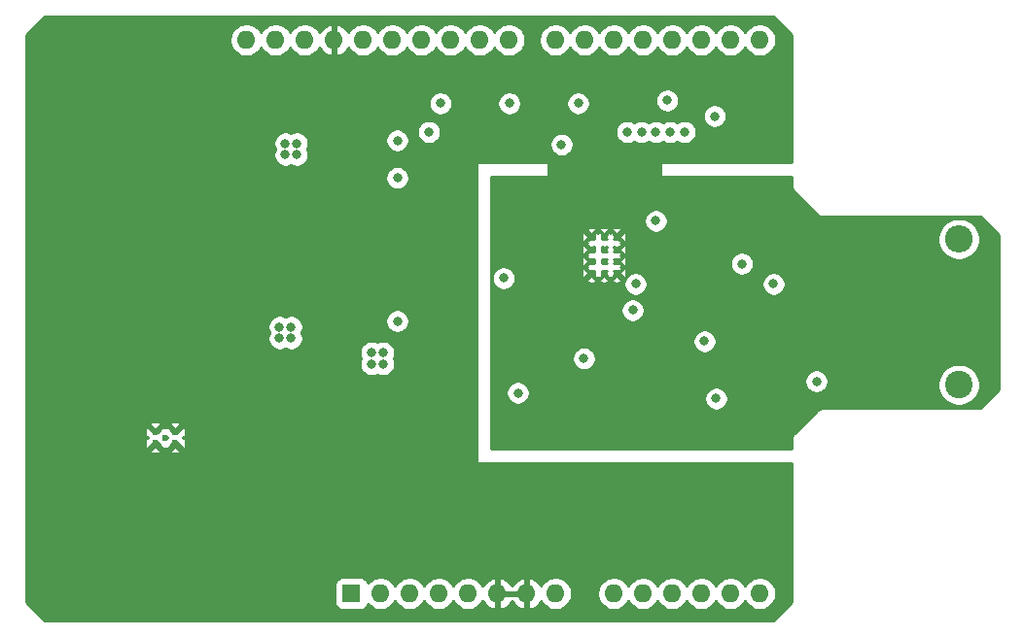
<source format=gbr>
%TF.GenerationSoftware,KiCad,Pcbnew,(5.1.6)-1*%
%TF.CreationDate,2020-06-24T23:25:01+02:00*%
%TF.ProjectId,phtodiode_adc,7068746f-6469-46f6-9465-5f6164632e6b,rev?*%
%TF.SameCoordinates,Original*%
%TF.FileFunction,Copper,L2,Inr*%
%TF.FilePolarity,Positive*%
%FSLAX46Y46*%
G04 Gerber Fmt 4.6, Leading zero omitted, Abs format (unit mm)*
G04 Created by KiCad (PCBNEW (5.1.6)-1) date 2020-06-24 23:25:01*
%MOMM*%
%LPD*%
G01*
G04 APERTURE LIST*
%TA.AperFunction,ViaPad*%
%ADD10O,2.400000X2.400000*%
%TD*%
%TA.AperFunction,ViaPad*%
%ADD11C,2.400000*%
%TD*%
%TA.AperFunction,ViaPad*%
%ADD12O,1.600000X1.600000*%
%TD*%
%TA.AperFunction,ViaPad*%
%ADD13R,1.600000X1.600000*%
%TD*%
%TA.AperFunction,ViaPad*%
%ADD14C,0.600000*%
%TD*%
%TA.AperFunction,ViaPad*%
%ADD15C,0.500000*%
%TD*%
%TA.AperFunction,ViaPad*%
%ADD16C,0.800000*%
%TD*%
%TA.AperFunction,Conductor*%
%ADD17C,0.254000*%
%TD*%
G04 APERTURE END LIST*
D10*
%TO.N,Net-(D2-Pad2)*%
%TO.C,D2*%
X193900000Y-90600000D03*
D11*
%TO.N,Net-(C20-Pad2)*%
X193900000Y-103300000D03*
%TD*%
D12*
%TO.N,/SCL*%
%TO.C,A1*%
X131860000Y-73240000D03*
%TO.N,/SDA*%
X134400000Y-73240000D03*
D13*
%TO.N,Net-(A1-Pad1)*%
X141000000Y-121500000D03*
D12*
%TO.N,/0_MCU*%
X171480000Y-73240000D03*
%TO.N,Net-(A1-Pad2)*%
X143540000Y-121500000D03*
%TO.N,/1_MCU*%
X168940000Y-73240000D03*
%TO.N,Net-(A1-Pad3)*%
X146080000Y-121500000D03*
%TO.N,/2_MCU*%
X166400000Y-73240000D03*
%TO.N,+3V3*%
X148620000Y-121500000D03*
%TO.N,/3_MCU*%
X163860000Y-73240000D03*
%TO.N,+5V*%
X151160000Y-121500000D03*
%TO.N,Net-(A1-Pad21)*%
X161320000Y-73240000D03*
%TO.N,GNDA*%
X153700000Y-121500000D03*
%TO.N,Net-(A1-Pad22)*%
X158780000Y-73240000D03*
%TO.N,GNDA*%
X156240000Y-121500000D03*
%TO.N,Net-(A1-Pad23)*%
X154720000Y-73240000D03*
%TO.N,Net-(A1-Pad8)*%
X158780000Y-121500000D03*
%TO.N,Net-(A1-Pad24)*%
X152180000Y-73240000D03*
%TO.N,Net-(A1-Pad9)*%
X163860000Y-121500000D03*
%TO.N,/~CS~*%
X149640000Y-73240000D03*
%TO.N,Net-(A1-Pad10)*%
X166400000Y-121500000D03*
%TO.N,/MOSI*%
X147100000Y-73240000D03*
%TO.N,Net-(A1-Pad11)*%
X168940000Y-121500000D03*
%TO.N,/MISO*%
X144560000Y-73240000D03*
%TO.N,Net-(A1-Pad12)*%
X171480000Y-121500000D03*
%TO.N,/SCK*%
X142020000Y-73240000D03*
%TO.N,Net-(A1-Pad13)*%
X174020000Y-121500000D03*
%TO.N,GNDA*%
X139480000Y-73240000D03*
%TO.N,Net-(A1-Pad14)*%
X176560000Y-121500000D03*
%TO.N,Net-(A1-Pad30)*%
X136940000Y-73240000D03*
%TO.N,/~DRDY~*%
X176560000Y-73240000D03*
%TO.N,/RST_MCU*%
X174020000Y-73240000D03*
%TD*%
D14*
%TO.N,GNDA*%
%TO.C,U1*%
X123930000Y-108390000D03*
X125650000Y-108390000D03*
X123930000Y-107430000D03*
X125650000Y-107430000D03*
X124790000Y-107910000D03*
%TD*%
D15*
%TO.N,GNDA*%
%TO.C,U3*%
X164075000Y-93575000D03*
X163000000Y-93575000D03*
X161925000Y-93575000D03*
X164075000Y-92525000D03*
X163000000Y-92525000D03*
X161925000Y-92525000D03*
X164075000Y-91475000D03*
X163000000Y-91475000D03*
X161925000Y-91475000D03*
X164075000Y-90425000D03*
X163000000Y-90425000D03*
X161925000Y-90425000D03*
%TD*%
D16*
%TO.N,+3V3*%
X168500000Y-78500000D03*
X160750000Y-78750000D03*
X154750000Y-78750000D03*
X148750000Y-78750000D03*
X145000000Y-85250000D03*
X145000000Y-97750000D03*
X167500000Y-89000000D03*
X142750000Y-100500000D03*
X143750000Y-100500000D03*
X143750000Y-101500000D03*
X142750000Y-101500000D03*
%TO.N,/~CS~*%
X166250000Y-81250000D03*
%TO.N,/MOSI*%
X167500000Y-81250000D03*
%TO.N,/MISO*%
X170000000Y-81250000D03*
%TO.N,/SCK*%
X168750000Y-81250000D03*
%TO.N,/~DRDY~*%
X159300000Y-82350000D03*
%TO.N,+5VA*%
X135750000Y-99250000D03*
X135750000Y-98250000D03*
X134750000Y-98250000D03*
X134750000Y-99250000D03*
X155500000Y-104000000D03*
X161250000Y-101000000D03*
X154250000Y-94000000D03*
X175000000Y-92750000D03*
X171750000Y-99500000D03*
X172750000Y-104500000D03*
%TO.N,-5VA*%
X136250000Y-83250000D03*
X136250000Y-82250000D03*
X135250000Y-82250000D03*
X135250000Y-83250000D03*
X177750000Y-94500000D03*
%TO.N,/RST_ADC*%
X165750000Y-94500000D03*
X172625000Y-79875000D03*
%TO.N,Net-(C20-Pad1)*%
X165500000Y-96800000D03*
X181500000Y-103000000D03*
%TO.N,GNDA*%
X170500000Y-78800000D03*
X146250000Y-78750000D03*
X152250000Y-78750000D03*
X158250000Y-78750000D03*
X164250000Y-78750000D03*
X140250000Y-76250000D03*
X136000000Y-79000000D03*
X127750000Y-76250000D03*
X120250000Y-73000000D03*
X116500000Y-76250000D03*
X119250000Y-79750000D03*
X149500000Y-84000000D03*
X155750000Y-82500000D03*
X157000000Y-86250000D03*
X150500000Y-88000000D03*
X142500000Y-82250000D03*
X138500000Y-85250000D03*
X132000000Y-80500000D03*
X124750000Y-78750000D03*
X113000000Y-85750000D03*
X114000000Y-93750000D03*
X137750000Y-89750000D03*
X125750000Y-91500000D03*
X130500000Y-92000000D03*
X137250000Y-93750000D03*
X139000000Y-97000000D03*
X131750000Y-96750000D03*
X131250000Y-103250000D03*
X132000000Y-107250000D03*
X131750000Y-112250000D03*
X130500000Y-116500000D03*
X125250000Y-119500000D03*
X138500000Y-123000000D03*
X132250000Y-122000000D03*
X122750000Y-121750000D03*
X117000000Y-120500000D03*
X116750000Y-114750000D03*
X122250000Y-116500000D03*
X114250000Y-108500000D03*
X117750000Y-105750000D03*
X115500000Y-102000000D03*
X118750000Y-97750000D03*
X137250000Y-116500000D03*
X114500000Y-122500000D03*
X142000000Y-118250000D03*
X145750000Y-114500000D03*
X153250000Y-117250000D03*
X159750000Y-119250000D03*
X161000000Y-122750000D03*
X153250000Y-123250000D03*
X169750000Y-123500000D03*
X178500000Y-122000000D03*
X178500000Y-117250000D03*
X173000000Y-119250000D03*
X167750000Y-118250000D03*
X174250000Y-113750000D03*
X166000000Y-115750000D03*
X177250000Y-112000000D03*
X168500000Y-112500000D03*
X159750000Y-113250000D03*
X153000000Y-111750000D03*
X146750000Y-108500000D03*
X148250000Y-103750000D03*
X145500000Y-102500000D03*
X149750000Y-98500000D03*
X150250000Y-94000000D03*
X178250000Y-75250000D03*
X178000000Y-80250000D03*
X171600000Y-83600000D03*
X167500000Y-85500000D03*
X166000000Y-88500000D03*
X171250000Y-86250000D03*
X172250000Y-89500000D03*
X175000000Y-87500000D03*
X178000000Y-86000000D03*
X178000000Y-88750000D03*
X177000000Y-90250000D03*
X180000000Y-90250000D03*
X181250000Y-89250000D03*
X183500000Y-90000000D03*
X185500000Y-93750000D03*
X186250000Y-95000000D03*
X188500000Y-94500000D03*
X191500000Y-93250000D03*
X189500000Y-91250000D03*
X187250000Y-91250000D03*
X191000000Y-89500000D03*
X190500000Y-94500000D03*
X196250000Y-92250000D03*
X195250000Y-94500000D03*
X196250000Y-96500000D03*
X193750000Y-97000000D03*
X196750000Y-98750000D03*
X195500000Y-100500000D03*
X196500000Y-103000000D03*
X191000000Y-104250000D03*
X191500000Y-101500000D03*
X191500000Y-100000000D03*
X188500000Y-99250000D03*
X188000000Y-101000000D03*
X187500000Y-103750000D03*
X185250000Y-103750000D03*
X185500000Y-100250000D03*
X183000000Y-104250000D03*
X180500000Y-105500000D03*
X178000000Y-107750000D03*
X175750000Y-105500000D03*
X174000000Y-107500000D03*
X170750000Y-108000000D03*
X176750000Y-97000000D03*
X176250000Y-100500000D03*
X180500000Y-96000000D03*
X180250000Y-93000000D03*
X166800000Y-99800000D03*
X163400000Y-96500000D03*
X166750000Y-95750000D03*
X165000000Y-101750000D03*
X163250000Y-105000000D03*
X163500000Y-108250000D03*
X158500000Y-108500000D03*
X153750000Y-108500000D03*
X154000000Y-101250000D03*
X157000000Y-98250000D03*
X153750000Y-96500000D03*
X154000000Y-90000000D03*
X153750000Y-86250000D03*
X128500000Y-72000000D03*
X172600000Y-75200000D03*
X169800000Y-75300000D03*
X167600000Y-75000000D03*
X164900000Y-75100000D03*
%TO.N,/MCLK*%
X165000000Y-81250000D03*
X145000000Y-82000000D03*
X147750000Y-81250000D03*
%TD*%
D17*
%TO.N,GNDA*%
G36*
X179340001Y-72773382D02*
G01*
X179340000Y-83873000D01*
X168000000Y-83873000D01*
X167975224Y-83875440D01*
X167951399Y-83882667D01*
X167929443Y-83894403D01*
X167910197Y-83910197D01*
X167894403Y-83929443D01*
X167882667Y-83951399D01*
X167875440Y-83975224D01*
X167873000Y-84000000D01*
X167873000Y-85000000D01*
X167875440Y-85024776D01*
X167882667Y-85048601D01*
X167894403Y-85070557D01*
X167910197Y-85089803D01*
X167929443Y-85105597D01*
X167951399Y-85117333D01*
X167975224Y-85124560D01*
X168000000Y-85127000D01*
X179340000Y-85127000D01*
X179340000Y-85967591D01*
X179336808Y-86000000D01*
X179340000Y-86032409D01*
X179340000Y-86032418D01*
X179349550Y-86129382D01*
X179387290Y-86253792D01*
X179448575Y-86368450D01*
X179496689Y-86427076D01*
X179531052Y-86468948D01*
X179556236Y-86489616D01*
X181510388Y-88443769D01*
X181531052Y-88468948D01*
X181556231Y-88489612D01*
X181556233Y-88489614D01*
X181631549Y-88551425D01*
X181746207Y-88612710D01*
X181870617Y-88650450D01*
X181967581Y-88660000D01*
X181967590Y-88660000D01*
X181999999Y-88663192D01*
X182032408Y-88660000D01*
X195726620Y-88660000D01*
X197340001Y-90273382D01*
X197340000Y-103726619D01*
X195726620Y-105340000D01*
X182032408Y-105340000D01*
X181999999Y-105336808D01*
X181967590Y-105340000D01*
X181967581Y-105340000D01*
X181870617Y-105349550D01*
X181746207Y-105387290D01*
X181631549Y-105448575D01*
X181556233Y-105510386D01*
X181531052Y-105531052D01*
X181510388Y-105556231D01*
X179556232Y-107510388D01*
X179531053Y-107531052D01*
X179510389Y-107556231D01*
X179510386Y-107556234D01*
X179448575Y-107631550D01*
X179387290Y-107746208D01*
X179349551Y-107870618D01*
X179336808Y-108000000D01*
X179340001Y-108032419D01*
X179340001Y-108873000D01*
X153127000Y-108873000D01*
X153127000Y-103898061D01*
X154465000Y-103898061D01*
X154465000Y-104101939D01*
X154504774Y-104301898D01*
X154582795Y-104490256D01*
X154696063Y-104659774D01*
X154840226Y-104803937D01*
X155009744Y-104917205D01*
X155198102Y-104995226D01*
X155398061Y-105035000D01*
X155601939Y-105035000D01*
X155801898Y-104995226D01*
X155990256Y-104917205D01*
X156159774Y-104803937D01*
X156303937Y-104659774D01*
X156417205Y-104490256D01*
X156455393Y-104398061D01*
X171715000Y-104398061D01*
X171715000Y-104601939D01*
X171754774Y-104801898D01*
X171832795Y-104990256D01*
X171946063Y-105159774D01*
X172090226Y-105303937D01*
X172259744Y-105417205D01*
X172448102Y-105495226D01*
X172648061Y-105535000D01*
X172851939Y-105535000D01*
X173051898Y-105495226D01*
X173240256Y-105417205D01*
X173409774Y-105303937D01*
X173553937Y-105159774D01*
X173667205Y-104990256D01*
X173745226Y-104801898D01*
X173785000Y-104601939D01*
X173785000Y-104398061D01*
X173745226Y-104198102D01*
X173667205Y-104009744D01*
X173553937Y-103840226D01*
X173409774Y-103696063D01*
X173240256Y-103582795D01*
X173051898Y-103504774D01*
X172851939Y-103465000D01*
X172648061Y-103465000D01*
X172448102Y-103504774D01*
X172259744Y-103582795D01*
X172090226Y-103696063D01*
X171946063Y-103840226D01*
X171832795Y-104009744D01*
X171754774Y-104198102D01*
X171715000Y-104398061D01*
X156455393Y-104398061D01*
X156495226Y-104301898D01*
X156535000Y-104101939D01*
X156535000Y-103898061D01*
X156495226Y-103698102D01*
X156417205Y-103509744D01*
X156303937Y-103340226D01*
X156159774Y-103196063D01*
X155990256Y-103082795D01*
X155801898Y-103004774D01*
X155601939Y-102965000D01*
X155398061Y-102965000D01*
X155198102Y-103004774D01*
X155009744Y-103082795D01*
X154840226Y-103196063D01*
X154696063Y-103340226D01*
X154582795Y-103509744D01*
X154504774Y-103698102D01*
X154465000Y-103898061D01*
X153127000Y-103898061D01*
X153127000Y-102898061D01*
X180465000Y-102898061D01*
X180465000Y-103101939D01*
X180504774Y-103301898D01*
X180582795Y-103490256D01*
X180696063Y-103659774D01*
X180840226Y-103803937D01*
X181009744Y-103917205D01*
X181198102Y-103995226D01*
X181398061Y-104035000D01*
X181601939Y-104035000D01*
X181801898Y-103995226D01*
X181990256Y-103917205D01*
X182159774Y-103803937D01*
X182303937Y-103659774D01*
X182417205Y-103490256D01*
X182495226Y-103301898D01*
X182531553Y-103119268D01*
X192065000Y-103119268D01*
X192065000Y-103480732D01*
X192135518Y-103835250D01*
X192273844Y-104169199D01*
X192474662Y-104469744D01*
X192730256Y-104725338D01*
X193030801Y-104926156D01*
X193364750Y-105064482D01*
X193719268Y-105135000D01*
X194080732Y-105135000D01*
X194435250Y-105064482D01*
X194769199Y-104926156D01*
X195069744Y-104725338D01*
X195325338Y-104469744D01*
X195526156Y-104169199D01*
X195664482Y-103835250D01*
X195735000Y-103480732D01*
X195735000Y-103119268D01*
X195664482Y-102764750D01*
X195526156Y-102430801D01*
X195325338Y-102130256D01*
X195069744Y-101874662D01*
X194769199Y-101673844D01*
X194435250Y-101535518D01*
X194080732Y-101465000D01*
X193719268Y-101465000D01*
X193364750Y-101535518D01*
X193030801Y-101673844D01*
X192730256Y-101874662D01*
X192474662Y-102130256D01*
X192273844Y-102430801D01*
X192135518Y-102764750D01*
X192065000Y-103119268D01*
X182531553Y-103119268D01*
X182535000Y-103101939D01*
X182535000Y-102898061D01*
X182495226Y-102698102D01*
X182417205Y-102509744D01*
X182303937Y-102340226D01*
X182159774Y-102196063D01*
X181990256Y-102082795D01*
X181801898Y-102004774D01*
X181601939Y-101965000D01*
X181398061Y-101965000D01*
X181198102Y-102004774D01*
X181009744Y-102082795D01*
X180840226Y-102196063D01*
X180696063Y-102340226D01*
X180582795Y-102509744D01*
X180504774Y-102698102D01*
X180465000Y-102898061D01*
X153127000Y-102898061D01*
X153127000Y-100898061D01*
X160215000Y-100898061D01*
X160215000Y-101101939D01*
X160254774Y-101301898D01*
X160332795Y-101490256D01*
X160446063Y-101659774D01*
X160590226Y-101803937D01*
X160759744Y-101917205D01*
X160948102Y-101995226D01*
X161148061Y-102035000D01*
X161351939Y-102035000D01*
X161551898Y-101995226D01*
X161740256Y-101917205D01*
X161909774Y-101803937D01*
X162053937Y-101659774D01*
X162167205Y-101490256D01*
X162245226Y-101301898D01*
X162285000Y-101101939D01*
X162285000Y-100898061D01*
X162245226Y-100698102D01*
X162167205Y-100509744D01*
X162053937Y-100340226D01*
X161909774Y-100196063D01*
X161740256Y-100082795D01*
X161551898Y-100004774D01*
X161351939Y-99965000D01*
X161148061Y-99965000D01*
X160948102Y-100004774D01*
X160759744Y-100082795D01*
X160590226Y-100196063D01*
X160446063Y-100340226D01*
X160332795Y-100509744D01*
X160254774Y-100698102D01*
X160215000Y-100898061D01*
X153127000Y-100898061D01*
X153127000Y-99398061D01*
X170715000Y-99398061D01*
X170715000Y-99601939D01*
X170754774Y-99801898D01*
X170832795Y-99990256D01*
X170946063Y-100159774D01*
X171090226Y-100303937D01*
X171259744Y-100417205D01*
X171448102Y-100495226D01*
X171648061Y-100535000D01*
X171851939Y-100535000D01*
X172051898Y-100495226D01*
X172240256Y-100417205D01*
X172409774Y-100303937D01*
X172553937Y-100159774D01*
X172667205Y-99990256D01*
X172745226Y-99801898D01*
X172785000Y-99601939D01*
X172785000Y-99398061D01*
X172745226Y-99198102D01*
X172667205Y-99009744D01*
X172553937Y-98840226D01*
X172409774Y-98696063D01*
X172240256Y-98582795D01*
X172051898Y-98504774D01*
X171851939Y-98465000D01*
X171648061Y-98465000D01*
X171448102Y-98504774D01*
X171259744Y-98582795D01*
X171090226Y-98696063D01*
X170946063Y-98840226D01*
X170832795Y-99009744D01*
X170754774Y-99198102D01*
X170715000Y-99398061D01*
X153127000Y-99398061D01*
X153127000Y-96698061D01*
X164465000Y-96698061D01*
X164465000Y-96901939D01*
X164504774Y-97101898D01*
X164582795Y-97290256D01*
X164696063Y-97459774D01*
X164840226Y-97603937D01*
X165009744Y-97717205D01*
X165198102Y-97795226D01*
X165398061Y-97835000D01*
X165601939Y-97835000D01*
X165801898Y-97795226D01*
X165990256Y-97717205D01*
X166159774Y-97603937D01*
X166303937Y-97459774D01*
X166417205Y-97290256D01*
X166495226Y-97101898D01*
X166535000Y-96901939D01*
X166535000Y-96698061D01*
X166495226Y-96498102D01*
X166417205Y-96309744D01*
X166303937Y-96140226D01*
X166159774Y-95996063D01*
X165990256Y-95882795D01*
X165801898Y-95804774D01*
X165601939Y-95765000D01*
X165398061Y-95765000D01*
X165198102Y-95804774D01*
X165009744Y-95882795D01*
X164840226Y-95996063D01*
X164696063Y-96140226D01*
X164582795Y-96309744D01*
X164504774Y-96498102D01*
X164465000Y-96698061D01*
X153127000Y-96698061D01*
X153127000Y-93898061D01*
X153215000Y-93898061D01*
X153215000Y-94101939D01*
X153254774Y-94301898D01*
X153332795Y-94490256D01*
X153446063Y-94659774D01*
X153590226Y-94803937D01*
X153759744Y-94917205D01*
X153948102Y-94995226D01*
X154148061Y-95035000D01*
X154351939Y-95035000D01*
X154551898Y-94995226D01*
X154740256Y-94917205D01*
X154909774Y-94803937D01*
X155053937Y-94659774D01*
X155167205Y-94490256D01*
X155245226Y-94301898D01*
X155271230Y-94171164D01*
X161502784Y-94171164D01*
X161506826Y-94359827D01*
X161667974Y-94426328D01*
X161838998Y-94460113D01*
X162013328Y-94459884D01*
X162184264Y-94425649D01*
X162343174Y-94359827D01*
X162347216Y-94171164D01*
X162577784Y-94171164D01*
X162581826Y-94359827D01*
X162742974Y-94426328D01*
X162913998Y-94460113D01*
X163088328Y-94459884D01*
X163259264Y-94425649D01*
X163418174Y-94359827D01*
X163422216Y-94171164D01*
X163652784Y-94171164D01*
X163656826Y-94359827D01*
X163817974Y-94426328D01*
X163988998Y-94460113D01*
X164163328Y-94459884D01*
X164334264Y-94425649D01*
X164493174Y-94359827D01*
X164497216Y-94171164D01*
X164075000Y-93748948D01*
X163652784Y-94171164D01*
X163422216Y-94171164D01*
X163000000Y-93748948D01*
X162577784Y-94171164D01*
X162347216Y-94171164D01*
X161925000Y-93748948D01*
X161502784Y-94171164D01*
X155271230Y-94171164D01*
X155285000Y-94101939D01*
X155285000Y-93898061D01*
X155245226Y-93698102D01*
X155167205Y-93509744D01*
X155153344Y-93488998D01*
X161039887Y-93488998D01*
X161040116Y-93663328D01*
X161074351Y-93834264D01*
X161140173Y-93993174D01*
X161328836Y-93997216D01*
X161751052Y-93575000D01*
X161328836Y-93152784D01*
X161140173Y-93156826D01*
X161073672Y-93317974D01*
X161039887Y-93488998D01*
X155153344Y-93488998D01*
X155053937Y-93340226D01*
X154909774Y-93196063D01*
X154740256Y-93082795D01*
X154551898Y-93004774D01*
X154351939Y-92965000D01*
X154148061Y-92965000D01*
X153948102Y-93004774D01*
X153759744Y-93082795D01*
X153590226Y-93196063D01*
X153446063Y-93340226D01*
X153332795Y-93509744D01*
X153254774Y-93698102D01*
X153215000Y-93898061D01*
X153127000Y-93898061D01*
X153127000Y-92438998D01*
X161039887Y-92438998D01*
X161040116Y-92613328D01*
X161074351Y-92784264D01*
X161140173Y-92943174D01*
X161328836Y-92947216D01*
X161751052Y-92525000D01*
X161328836Y-92102784D01*
X161140173Y-92106826D01*
X161073672Y-92267974D01*
X161039887Y-92438998D01*
X153127000Y-92438998D01*
X153127000Y-91388998D01*
X161039887Y-91388998D01*
X161040116Y-91563328D01*
X161074351Y-91734264D01*
X161140173Y-91893174D01*
X161328836Y-91897216D01*
X161751052Y-91475000D01*
X161328836Y-91052784D01*
X161140173Y-91056826D01*
X161073672Y-91217974D01*
X161039887Y-91388998D01*
X153127000Y-91388998D01*
X153127000Y-90878836D01*
X161502784Y-90878836D01*
X161573948Y-90950000D01*
X161502784Y-91021164D01*
X161506826Y-91209827D01*
X161667974Y-91276328D01*
X161838998Y-91310113D01*
X162013328Y-91309884D01*
X162135343Y-91285447D01*
X162114887Y-91388998D01*
X162114979Y-91458969D01*
X162098948Y-91475000D01*
X162115021Y-91491073D01*
X162115116Y-91563328D01*
X162135370Y-91664455D01*
X162011002Y-91639887D01*
X161836672Y-91640116D01*
X161665736Y-91674351D01*
X161506826Y-91740173D01*
X161502784Y-91928836D01*
X161573948Y-92000000D01*
X161502784Y-92071164D01*
X161506826Y-92259827D01*
X161667974Y-92326328D01*
X161838998Y-92360113D01*
X162013328Y-92359884D01*
X162135343Y-92335447D01*
X162114887Y-92438998D01*
X162114979Y-92508969D01*
X162098948Y-92525000D01*
X162115021Y-92541073D01*
X162115116Y-92613328D01*
X162135370Y-92714455D01*
X162011002Y-92689887D01*
X161836672Y-92690116D01*
X161665736Y-92724351D01*
X161506826Y-92790173D01*
X161502784Y-92978836D01*
X161573948Y-93050000D01*
X161502784Y-93121164D01*
X161506826Y-93309827D01*
X161667974Y-93376328D01*
X161838998Y-93410113D01*
X162013328Y-93409884D01*
X162135343Y-93385447D01*
X162114887Y-93488998D01*
X162114979Y-93558969D01*
X162098948Y-93575000D01*
X162115021Y-93591073D01*
X162115116Y-93663328D01*
X162149351Y-93834264D01*
X162215173Y-93993174D01*
X162403836Y-93997216D01*
X162462500Y-93938552D01*
X162521164Y-93997216D01*
X162709827Y-93993174D01*
X162776328Y-93832026D01*
X162810113Y-93661002D01*
X162810021Y-93591031D01*
X162826052Y-93575000D01*
X162809979Y-93558927D01*
X162809884Y-93486672D01*
X162789630Y-93385545D01*
X162913998Y-93410113D01*
X163088328Y-93409884D01*
X163210343Y-93385447D01*
X163189887Y-93488998D01*
X163189979Y-93558969D01*
X163173948Y-93575000D01*
X163190021Y-93591073D01*
X163190116Y-93663328D01*
X163224351Y-93834264D01*
X163290173Y-93993174D01*
X163478836Y-93997216D01*
X163537500Y-93938552D01*
X163596164Y-93997216D01*
X163784827Y-93993174D01*
X163851328Y-93832026D01*
X163885113Y-93661002D01*
X163885021Y-93591031D01*
X163901052Y-93575000D01*
X164248948Y-93575000D01*
X164671164Y-93997216D01*
X164843635Y-93993521D01*
X164832795Y-94009744D01*
X164754774Y-94198102D01*
X164715000Y-94398061D01*
X164715000Y-94601939D01*
X164754774Y-94801898D01*
X164832795Y-94990256D01*
X164946063Y-95159774D01*
X165090226Y-95303937D01*
X165259744Y-95417205D01*
X165448102Y-95495226D01*
X165648061Y-95535000D01*
X165851939Y-95535000D01*
X166051898Y-95495226D01*
X166240256Y-95417205D01*
X166409774Y-95303937D01*
X166553937Y-95159774D01*
X166667205Y-94990256D01*
X166745226Y-94801898D01*
X166785000Y-94601939D01*
X166785000Y-94398061D01*
X176715000Y-94398061D01*
X176715000Y-94601939D01*
X176754774Y-94801898D01*
X176832795Y-94990256D01*
X176946063Y-95159774D01*
X177090226Y-95303937D01*
X177259744Y-95417205D01*
X177448102Y-95495226D01*
X177648061Y-95535000D01*
X177851939Y-95535000D01*
X178051898Y-95495226D01*
X178240256Y-95417205D01*
X178409774Y-95303937D01*
X178553937Y-95159774D01*
X178667205Y-94990256D01*
X178745226Y-94801898D01*
X178785000Y-94601939D01*
X178785000Y-94398061D01*
X178745226Y-94198102D01*
X178667205Y-94009744D01*
X178553937Y-93840226D01*
X178409774Y-93696063D01*
X178240256Y-93582795D01*
X178051898Y-93504774D01*
X177851939Y-93465000D01*
X177648061Y-93465000D01*
X177448102Y-93504774D01*
X177259744Y-93582795D01*
X177090226Y-93696063D01*
X176946063Y-93840226D01*
X176832795Y-94009744D01*
X176754774Y-94198102D01*
X176715000Y-94398061D01*
X166785000Y-94398061D01*
X166745226Y-94198102D01*
X166667205Y-94009744D01*
X166553937Y-93840226D01*
X166409774Y-93696063D01*
X166240256Y-93582795D01*
X166051898Y-93504774D01*
X165851939Y-93465000D01*
X165648061Y-93465000D01*
X165448102Y-93504774D01*
X165259744Y-93582795D01*
X165090226Y-93696063D01*
X164946063Y-93840226D01*
X164885605Y-93930709D01*
X164926328Y-93832026D01*
X164960113Y-93661002D01*
X164959884Y-93486672D01*
X164925649Y-93315736D01*
X164859827Y-93156826D01*
X164671164Y-93152784D01*
X164248948Y-93575000D01*
X163901052Y-93575000D01*
X163884979Y-93558927D01*
X163884884Y-93486672D01*
X163864630Y-93385545D01*
X163988998Y-93410113D01*
X164163328Y-93409884D01*
X164334264Y-93375649D01*
X164493174Y-93309827D01*
X164497216Y-93121164D01*
X164426052Y-93050000D01*
X164497216Y-92978836D01*
X164493174Y-92790173D01*
X164332026Y-92723672D01*
X164161002Y-92689887D01*
X163986672Y-92690116D01*
X163864657Y-92714553D01*
X163885113Y-92611002D01*
X163885021Y-92541031D01*
X163901052Y-92525000D01*
X164248948Y-92525000D01*
X164671164Y-92947216D01*
X164859827Y-92943174D01*
X164926328Y-92782026D01*
X164952792Y-92648061D01*
X173965000Y-92648061D01*
X173965000Y-92851939D01*
X174004774Y-93051898D01*
X174082795Y-93240256D01*
X174196063Y-93409774D01*
X174340226Y-93553937D01*
X174509744Y-93667205D01*
X174698102Y-93745226D01*
X174898061Y-93785000D01*
X175101939Y-93785000D01*
X175301898Y-93745226D01*
X175490256Y-93667205D01*
X175659774Y-93553937D01*
X175803937Y-93409774D01*
X175917205Y-93240256D01*
X175995226Y-93051898D01*
X176035000Y-92851939D01*
X176035000Y-92648061D01*
X175995226Y-92448102D01*
X175917205Y-92259744D01*
X175803937Y-92090226D01*
X175659774Y-91946063D01*
X175490256Y-91832795D01*
X175301898Y-91754774D01*
X175101939Y-91715000D01*
X174898061Y-91715000D01*
X174698102Y-91754774D01*
X174509744Y-91832795D01*
X174340226Y-91946063D01*
X174196063Y-92090226D01*
X174082795Y-92259744D01*
X174004774Y-92448102D01*
X173965000Y-92648061D01*
X164952792Y-92648061D01*
X164960113Y-92611002D01*
X164959884Y-92436672D01*
X164925649Y-92265736D01*
X164859827Y-92106826D01*
X164671164Y-92102784D01*
X164248948Y-92525000D01*
X163901052Y-92525000D01*
X163884979Y-92508927D01*
X163884884Y-92436672D01*
X163864630Y-92335545D01*
X163988998Y-92360113D01*
X164163328Y-92359884D01*
X164334264Y-92325649D01*
X164493174Y-92259827D01*
X164497216Y-92071164D01*
X164426052Y-92000000D01*
X164497216Y-91928836D01*
X164493174Y-91740173D01*
X164332026Y-91673672D01*
X164161002Y-91639887D01*
X163986672Y-91640116D01*
X163864657Y-91664553D01*
X163885113Y-91561002D01*
X163885021Y-91491031D01*
X163901052Y-91475000D01*
X164248948Y-91475000D01*
X164671164Y-91897216D01*
X164859827Y-91893174D01*
X164926328Y-91732026D01*
X164960113Y-91561002D01*
X164959884Y-91386672D01*
X164925649Y-91215736D01*
X164859827Y-91056826D01*
X164671164Y-91052784D01*
X164248948Y-91475000D01*
X163901052Y-91475000D01*
X163884979Y-91458927D01*
X163884884Y-91386672D01*
X163864630Y-91285545D01*
X163988998Y-91310113D01*
X164163328Y-91309884D01*
X164334264Y-91275649D01*
X164493174Y-91209827D01*
X164497216Y-91021164D01*
X164426052Y-90950000D01*
X164497216Y-90878836D01*
X164493174Y-90690173D01*
X164332026Y-90623672D01*
X164161002Y-90589887D01*
X163986672Y-90590116D01*
X163864657Y-90614553D01*
X163885113Y-90511002D01*
X163885021Y-90441031D01*
X163901052Y-90425000D01*
X164248948Y-90425000D01*
X164671164Y-90847216D01*
X164859827Y-90843174D01*
X164926328Y-90682026D01*
X164960113Y-90511002D01*
X164959993Y-90419268D01*
X192065000Y-90419268D01*
X192065000Y-90780732D01*
X192135518Y-91135250D01*
X192273844Y-91469199D01*
X192474662Y-91769744D01*
X192730256Y-92025338D01*
X193030801Y-92226156D01*
X193364750Y-92364482D01*
X193719268Y-92435000D01*
X194080732Y-92435000D01*
X194435250Y-92364482D01*
X194769199Y-92226156D01*
X195069744Y-92025338D01*
X195325338Y-91769744D01*
X195526156Y-91469199D01*
X195664482Y-91135250D01*
X195735000Y-90780732D01*
X195735000Y-90419268D01*
X195664482Y-90064750D01*
X195526156Y-89730801D01*
X195325338Y-89430256D01*
X195069744Y-89174662D01*
X194769199Y-88973844D01*
X194435250Y-88835518D01*
X194080732Y-88765000D01*
X193719268Y-88765000D01*
X193364750Y-88835518D01*
X193030801Y-88973844D01*
X192730256Y-89174662D01*
X192474662Y-89430256D01*
X192273844Y-89730801D01*
X192135518Y-90064750D01*
X192065000Y-90419268D01*
X164959993Y-90419268D01*
X164959884Y-90336672D01*
X164925649Y-90165736D01*
X164859827Y-90006826D01*
X164671164Y-90002784D01*
X164248948Y-90425000D01*
X163901052Y-90425000D01*
X163884979Y-90408927D01*
X163884884Y-90336672D01*
X163850649Y-90165736D01*
X163784827Y-90006826D01*
X163596164Y-90002784D01*
X163537500Y-90061448D01*
X163478836Y-90002784D01*
X163290173Y-90006826D01*
X163223672Y-90167974D01*
X163189887Y-90338998D01*
X163189979Y-90408969D01*
X163173948Y-90425000D01*
X163190021Y-90441073D01*
X163190116Y-90513328D01*
X163210370Y-90614455D01*
X163086002Y-90589887D01*
X162911672Y-90590116D01*
X162789657Y-90614553D01*
X162810113Y-90511002D01*
X162810021Y-90441031D01*
X162826052Y-90425000D01*
X162809979Y-90408927D01*
X162809884Y-90336672D01*
X162775649Y-90165736D01*
X162709827Y-90006826D01*
X162521164Y-90002784D01*
X162462500Y-90061448D01*
X162403836Y-90002784D01*
X162215173Y-90006826D01*
X162148672Y-90167974D01*
X162114887Y-90338998D01*
X162114979Y-90408969D01*
X162098948Y-90425000D01*
X162115021Y-90441073D01*
X162115116Y-90513328D01*
X162135370Y-90614455D01*
X162011002Y-90589887D01*
X161836672Y-90590116D01*
X161665736Y-90624351D01*
X161506826Y-90690173D01*
X161502784Y-90878836D01*
X153127000Y-90878836D01*
X153127000Y-90338998D01*
X161039887Y-90338998D01*
X161040116Y-90513328D01*
X161074351Y-90684264D01*
X161140173Y-90843174D01*
X161328836Y-90847216D01*
X161751052Y-90425000D01*
X161328836Y-90002784D01*
X161140173Y-90006826D01*
X161073672Y-90167974D01*
X161039887Y-90338998D01*
X153127000Y-90338998D01*
X153127000Y-89828836D01*
X161502784Y-89828836D01*
X161925000Y-90251052D01*
X162347216Y-89828836D01*
X162577784Y-89828836D01*
X163000000Y-90251052D01*
X163422216Y-89828836D01*
X163652784Y-89828836D01*
X164075000Y-90251052D01*
X164497216Y-89828836D01*
X164493174Y-89640173D01*
X164332026Y-89573672D01*
X164161002Y-89539887D01*
X163986672Y-89540116D01*
X163815736Y-89574351D01*
X163656826Y-89640173D01*
X163652784Y-89828836D01*
X163422216Y-89828836D01*
X163418174Y-89640173D01*
X163257026Y-89573672D01*
X163086002Y-89539887D01*
X162911672Y-89540116D01*
X162740736Y-89574351D01*
X162581826Y-89640173D01*
X162577784Y-89828836D01*
X162347216Y-89828836D01*
X162343174Y-89640173D01*
X162182026Y-89573672D01*
X162011002Y-89539887D01*
X161836672Y-89540116D01*
X161665736Y-89574351D01*
X161506826Y-89640173D01*
X161502784Y-89828836D01*
X153127000Y-89828836D01*
X153127000Y-88898061D01*
X166465000Y-88898061D01*
X166465000Y-89101939D01*
X166504774Y-89301898D01*
X166582795Y-89490256D01*
X166696063Y-89659774D01*
X166840226Y-89803937D01*
X167009744Y-89917205D01*
X167198102Y-89995226D01*
X167398061Y-90035000D01*
X167601939Y-90035000D01*
X167801898Y-89995226D01*
X167990256Y-89917205D01*
X168159774Y-89803937D01*
X168303937Y-89659774D01*
X168417205Y-89490256D01*
X168495226Y-89301898D01*
X168535000Y-89101939D01*
X168535000Y-88898061D01*
X168495226Y-88698102D01*
X168417205Y-88509744D01*
X168303937Y-88340226D01*
X168159774Y-88196063D01*
X167990256Y-88082795D01*
X167801898Y-88004774D01*
X167601939Y-87965000D01*
X167398061Y-87965000D01*
X167198102Y-88004774D01*
X167009744Y-88082795D01*
X166840226Y-88196063D01*
X166696063Y-88340226D01*
X166582795Y-88509744D01*
X166504774Y-88698102D01*
X166465000Y-88898061D01*
X153127000Y-88898061D01*
X153127000Y-85127000D01*
X158000000Y-85127000D01*
X158024776Y-85124560D01*
X158048601Y-85117333D01*
X158070557Y-85105597D01*
X158089803Y-85089803D01*
X158105597Y-85070557D01*
X158117333Y-85048601D01*
X158124560Y-85024776D01*
X158127000Y-85000000D01*
X158127000Y-84000000D01*
X158124560Y-83975224D01*
X158117333Y-83951399D01*
X158105597Y-83929443D01*
X158089803Y-83910197D01*
X158070557Y-83894403D01*
X158048601Y-83882667D01*
X158024776Y-83875440D01*
X158000000Y-83873000D01*
X152000000Y-83873000D01*
X151975224Y-83875440D01*
X151951399Y-83882667D01*
X151929443Y-83894403D01*
X151910197Y-83910197D01*
X151894403Y-83929443D01*
X151882667Y-83951399D01*
X151875440Y-83975224D01*
X151873000Y-84000000D01*
X151873000Y-110000000D01*
X151875440Y-110024776D01*
X151882667Y-110048601D01*
X151894403Y-110070557D01*
X151910197Y-110089803D01*
X151929443Y-110105597D01*
X151951399Y-110117333D01*
X151975224Y-110124560D01*
X152000000Y-110127000D01*
X179340001Y-110127000D01*
X179340000Y-122226619D01*
X177726620Y-123840000D01*
X114273381Y-123840000D01*
X112660000Y-122226620D01*
X112660000Y-120700000D01*
X139561928Y-120700000D01*
X139561928Y-122300000D01*
X139574188Y-122424482D01*
X139610498Y-122544180D01*
X139669463Y-122654494D01*
X139748815Y-122751185D01*
X139845506Y-122830537D01*
X139955820Y-122889502D01*
X140075518Y-122925812D01*
X140200000Y-122938072D01*
X141800000Y-122938072D01*
X141924482Y-122925812D01*
X142044180Y-122889502D01*
X142154494Y-122830537D01*
X142251185Y-122751185D01*
X142330537Y-122654494D01*
X142389502Y-122544180D01*
X142425812Y-122424482D01*
X142426643Y-122416039D01*
X142625241Y-122614637D01*
X142860273Y-122771680D01*
X143121426Y-122879853D01*
X143398665Y-122935000D01*
X143681335Y-122935000D01*
X143958574Y-122879853D01*
X144219727Y-122771680D01*
X144454759Y-122614637D01*
X144654637Y-122414759D01*
X144810000Y-122182241D01*
X144965363Y-122414759D01*
X145165241Y-122614637D01*
X145400273Y-122771680D01*
X145661426Y-122879853D01*
X145938665Y-122935000D01*
X146221335Y-122935000D01*
X146498574Y-122879853D01*
X146759727Y-122771680D01*
X146994759Y-122614637D01*
X147194637Y-122414759D01*
X147350000Y-122182241D01*
X147505363Y-122414759D01*
X147705241Y-122614637D01*
X147940273Y-122771680D01*
X148201426Y-122879853D01*
X148478665Y-122935000D01*
X148761335Y-122935000D01*
X149038574Y-122879853D01*
X149299727Y-122771680D01*
X149534759Y-122614637D01*
X149734637Y-122414759D01*
X149890000Y-122182241D01*
X150045363Y-122414759D01*
X150245241Y-122614637D01*
X150480273Y-122771680D01*
X150741426Y-122879853D01*
X151018665Y-122935000D01*
X151301335Y-122935000D01*
X151578574Y-122879853D01*
X151839727Y-122771680D01*
X152074759Y-122614637D01*
X152274637Y-122414759D01*
X152431680Y-122179727D01*
X152436067Y-122169135D01*
X152547615Y-122355131D01*
X152736586Y-122563519D01*
X152962580Y-122731037D01*
X153216913Y-122851246D01*
X153350961Y-122891904D01*
X153573000Y-122769915D01*
X153573000Y-121627000D01*
X153827000Y-121627000D01*
X153827000Y-122769915D01*
X154049039Y-122891904D01*
X154183087Y-122851246D01*
X154437420Y-122731037D01*
X154663414Y-122563519D01*
X154852385Y-122355131D01*
X154970000Y-122159018D01*
X155087615Y-122355131D01*
X155276586Y-122563519D01*
X155502580Y-122731037D01*
X155756913Y-122851246D01*
X155890961Y-122891904D01*
X156113000Y-122769915D01*
X156113000Y-121627000D01*
X153827000Y-121627000D01*
X153573000Y-121627000D01*
X153553000Y-121627000D01*
X153553000Y-121373000D01*
X153573000Y-121373000D01*
X153573000Y-120230085D01*
X153827000Y-120230085D01*
X153827000Y-121373000D01*
X156113000Y-121373000D01*
X156113000Y-120230085D01*
X156367000Y-120230085D01*
X156367000Y-121373000D01*
X156387000Y-121373000D01*
X156387000Y-121627000D01*
X156367000Y-121627000D01*
X156367000Y-122769915D01*
X156589039Y-122891904D01*
X156723087Y-122851246D01*
X156977420Y-122731037D01*
X157203414Y-122563519D01*
X157392385Y-122355131D01*
X157503933Y-122169135D01*
X157508320Y-122179727D01*
X157665363Y-122414759D01*
X157865241Y-122614637D01*
X158100273Y-122771680D01*
X158361426Y-122879853D01*
X158638665Y-122935000D01*
X158921335Y-122935000D01*
X159198574Y-122879853D01*
X159459727Y-122771680D01*
X159694759Y-122614637D01*
X159894637Y-122414759D01*
X160051680Y-122179727D01*
X160159853Y-121918574D01*
X160215000Y-121641335D01*
X160215000Y-121358665D01*
X162425000Y-121358665D01*
X162425000Y-121641335D01*
X162480147Y-121918574D01*
X162588320Y-122179727D01*
X162745363Y-122414759D01*
X162945241Y-122614637D01*
X163180273Y-122771680D01*
X163441426Y-122879853D01*
X163718665Y-122935000D01*
X164001335Y-122935000D01*
X164278574Y-122879853D01*
X164539727Y-122771680D01*
X164774759Y-122614637D01*
X164974637Y-122414759D01*
X165130000Y-122182241D01*
X165285363Y-122414759D01*
X165485241Y-122614637D01*
X165720273Y-122771680D01*
X165981426Y-122879853D01*
X166258665Y-122935000D01*
X166541335Y-122935000D01*
X166818574Y-122879853D01*
X167079727Y-122771680D01*
X167314759Y-122614637D01*
X167514637Y-122414759D01*
X167670000Y-122182241D01*
X167825363Y-122414759D01*
X168025241Y-122614637D01*
X168260273Y-122771680D01*
X168521426Y-122879853D01*
X168798665Y-122935000D01*
X169081335Y-122935000D01*
X169358574Y-122879853D01*
X169619727Y-122771680D01*
X169854759Y-122614637D01*
X170054637Y-122414759D01*
X170210000Y-122182241D01*
X170365363Y-122414759D01*
X170565241Y-122614637D01*
X170800273Y-122771680D01*
X171061426Y-122879853D01*
X171338665Y-122935000D01*
X171621335Y-122935000D01*
X171898574Y-122879853D01*
X172159727Y-122771680D01*
X172394759Y-122614637D01*
X172594637Y-122414759D01*
X172750000Y-122182241D01*
X172905363Y-122414759D01*
X173105241Y-122614637D01*
X173340273Y-122771680D01*
X173601426Y-122879853D01*
X173878665Y-122935000D01*
X174161335Y-122935000D01*
X174438574Y-122879853D01*
X174699727Y-122771680D01*
X174934759Y-122614637D01*
X175134637Y-122414759D01*
X175290000Y-122182241D01*
X175445363Y-122414759D01*
X175645241Y-122614637D01*
X175880273Y-122771680D01*
X176141426Y-122879853D01*
X176418665Y-122935000D01*
X176701335Y-122935000D01*
X176978574Y-122879853D01*
X177239727Y-122771680D01*
X177474759Y-122614637D01*
X177674637Y-122414759D01*
X177831680Y-122179727D01*
X177939853Y-121918574D01*
X177995000Y-121641335D01*
X177995000Y-121358665D01*
X177939853Y-121081426D01*
X177831680Y-120820273D01*
X177674637Y-120585241D01*
X177474759Y-120385363D01*
X177239727Y-120228320D01*
X176978574Y-120120147D01*
X176701335Y-120065000D01*
X176418665Y-120065000D01*
X176141426Y-120120147D01*
X175880273Y-120228320D01*
X175645241Y-120385363D01*
X175445363Y-120585241D01*
X175290000Y-120817759D01*
X175134637Y-120585241D01*
X174934759Y-120385363D01*
X174699727Y-120228320D01*
X174438574Y-120120147D01*
X174161335Y-120065000D01*
X173878665Y-120065000D01*
X173601426Y-120120147D01*
X173340273Y-120228320D01*
X173105241Y-120385363D01*
X172905363Y-120585241D01*
X172750000Y-120817759D01*
X172594637Y-120585241D01*
X172394759Y-120385363D01*
X172159727Y-120228320D01*
X171898574Y-120120147D01*
X171621335Y-120065000D01*
X171338665Y-120065000D01*
X171061426Y-120120147D01*
X170800273Y-120228320D01*
X170565241Y-120385363D01*
X170365363Y-120585241D01*
X170210000Y-120817759D01*
X170054637Y-120585241D01*
X169854759Y-120385363D01*
X169619727Y-120228320D01*
X169358574Y-120120147D01*
X169081335Y-120065000D01*
X168798665Y-120065000D01*
X168521426Y-120120147D01*
X168260273Y-120228320D01*
X168025241Y-120385363D01*
X167825363Y-120585241D01*
X167670000Y-120817759D01*
X167514637Y-120585241D01*
X167314759Y-120385363D01*
X167079727Y-120228320D01*
X166818574Y-120120147D01*
X166541335Y-120065000D01*
X166258665Y-120065000D01*
X165981426Y-120120147D01*
X165720273Y-120228320D01*
X165485241Y-120385363D01*
X165285363Y-120585241D01*
X165130000Y-120817759D01*
X164974637Y-120585241D01*
X164774759Y-120385363D01*
X164539727Y-120228320D01*
X164278574Y-120120147D01*
X164001335Y-120065000D01*
X163718665Y-120065000D01*
X163441426Y-120120147D01*
X163180273Y-120228320D01*
X162945241Y-120385363D01*
X162745363Y-120585241D01*
X162588320Y-120820273D01*
X162480147Y-121081426D01*
X162425000Y-121358665D01*
X160215000Y-121358665D01*
X160159853Y-121081426D01*
X160051680Y-120820273D01*
X159894637Y-120585241D01*
X159694759Y-120385363D01*
X159459727Y-120228320D01*
X159198574Y-120120147D01*
X158921335Y-120065000D01*
X158638665Y-120065000D01*
X158361426Y-120120147D01*
X158100273Y-120228320D01*
X157865241Y-120385363D01*
X157665363Y-120585241D01*
X157508320Y-120820273D01*
X157503933Y-120830865D01*
X157392385Y-120644869D01*
X157203414Y-120436481D01*
X156977420Y-120268963D01*
X156723087Y-120148754D01*
X156589039Y-120108096D01*
X156367000Y-120230085D01*
X156113000Y-120230085D01*
X155890961Y-120108096D01*
X155756913Y-120148754D01*
X155502580Y-120268963D01*
X155276586Y-120436481D01*
X155087615Y-120644869D01*
X154970000Y-120840982D01*
X154852385Y-120644869D01*
X154663414Y-120436481D01*
X154437420Y-120268963D01*
X154183087Y-120148754D01*
X154049039Y-120108096D01*
X153827000Y-120230085D01*
X153573000Y-120230085D01*
X153350961Y-120108096D01*
X153216913Y-120148754D01*
X152962580Y-120268963D01*
X152736586Y-120436481D01*
X152547615Y-120644869D01*
X152436067Y-120830865D01*
X152431680Y-120820273D01*
X152274637Y-120585241D01*
X152074759Y-120385363D01*
X151839727Y-120228320D01*
X151578574Y-120120147D01*
X151301335Y-120065000D01*
X151018665Y-120065000D01*
X150741426Y-120120147D01*
X150480273Y-120228320D01*
X150245241Y-120385363D01*
X150045363Y-120585241D01*
X149890000Y-120817759D01*
X149734637Y-120585241D01*
X149534759Y-120385363D01*
X149299727Y-120228320D01*
X149038574Y-120120147D01*
X148761335Y-120065000D01*
X148478665Y-120065000D01*
X148201426Y-120120147D01*
X147940273Y-120228320D01*
X147705241Y-120385363D01*
X147505363Y-120585241D01*
X147350000Y-120817759D01*
X147194637Y-120585241D01*
X146994759Y-120385363D01*
X146759727Y-120228320D01*
X146498574Y-120120147D01*
X146221335Y-120065000D01*
X145938665Y-120065000D01*
X145661426Y-120120147D01*
X145400273Y-120228320D01*
X145165241Y-120385363D01*
X144965363Y-120585241D01*
X144810000Y-120817759D01*
X144654637Y-120585241D01*
X144454759Y-120385363D01*
X144219727Y-120228320D01*
X143958574Y-120120147D01*
X143681335Y-120065000D01*
X143398665Y-120065000D01*
X143121426Y-120120147D01*
X142860273Y-120228320D01*
X142625241Y-120385363D01*
X142426643Y-120583961D01*
X142425812Y-120575518D01*
X142389502Y-120455820D01*
X142330537Y-120345506D01*
X142251185Y-120248815D01*
X142154494Y-120169463D01*
X142044180Y-120110498D01*
X141924482Y-120074188D01*
X141800000Y-120061928D01*
X140200000Y-120061928D01*
X140075518Y-120074188D01*
X139955820Y-120110498D01*
X139845506Y-120169463D01*
X139748815Y-120248815D01*
X139669463Y-120345506D01*
X139610498Y-120455820D01*
X139574188Y-120575518D01*
X139561928Y-120700000D01*
X112660000Y-120700000D01*
X112660000Y-109024541D01*
X123475064Y-109024541D01*
X123485575Y-109217763D01*
X123655603Y-109288562D01*
X123836176Y-109324828D01*
X124020355Y-109325171D01*
X124201061Y-109289574D01*
X124371351Y-109219408D01*
X124374425Y-109217763D01*
X124384936Y-109024541D01*
X125195064Y-109024541D01*
X125205575Y-109217763D01*
X125375603Y-109288562D01*
X125556176Y-109324828D01*
X125740355Y-109325171D01*
X125921061Y-109289574D01*
X126091351Y-109219408D01*
X126094425Y-109217763D01*
X126104936Y-109024541D01*
X125650000Y-108569605D01*
X125195064Y-109024541D01*
X124384936Y-109024541D01*
X123930000Y-108569605D01*
X123475064Y-109024541D01*
X112660000Y-109024541D01*
X112660000Y-107520355D01*
X122994829Y-107520355D01*
X123030426Y-107701061D01*
X123100592Y-107871351D01*
X123102237Y-107874425D01*
X123242444Y-107882052D01*
X123270392Y-107910000D01*
X123242444Y-107937948D01*
X123102237Y-107945575D01*
X123031438Y-108115603D01*
X122995172Y-108296176D01*
X122994829Y-108480355D01*
X123030426Y-108661061D01*
X123100592Y-108831351D01*
X123102237Y-108834425D01*
X123295459Y-108844936D01*
X123750395Y-108390000D01*
X123736253Y-108375858D01*
X123762149Y-108349961D01*
X123836176Y-108364828D01*
X124020355Y-108365171D01*
X124050525Y-108359228D01*
X124110373Y-108362483D01*
X124123748Y-108375858D01*
X124109605Y-108390000D01*
X124339144Y-108619539D01*
X124345575Y-108737763D01*
X124515603Y-108808562D01*
X124531324Y-108811719D01*
X124564541Y-108844936D01*
X124668544Y-108839278D01*
X124696176Y-108844828D01*
X124880355Y-108845171D01*
X124910525Y-108839228D01*
X125015459Y-108844936D01*
X125048309Y-108812086D01*
X125061061Y-108809574D01*
X125231351Y-108739408D01*
X125234425Y-108737763D01*
X125240856Y-108619539D01*
X125470395Y-108390000D01*
X125456253Y-108375858D01*
X125469627Y-108362483D01*
X125528544Y-108359278D01*
X125556176Y-108364828D01*
X125740355Y-108365171D01*
X125817804Y-108349914D01*
X125843748Y-108375858D01*
X125829605Y-108390000D01*
X126284541Y-108844936D01*
X126477763Y-108834425D01*
X126548562Y-108664397D01*
X126584828Y-108483824D01*
X126585171Y-108299645D01*
X126549574Y-108118939D01*
X126479408Y-107948649D01*
X126477763Y-107945575D01*
X126337556Y-107937948D01*
X126309608Y-107910000D01*
X126337556Y-107882052D01*
X126477763Y-107874425D01*
X126548562Y-107704397D01*
X126584828Y-107523824D01*
X126585171Y-107339645D01*
X126549574Y-107158939D01*
X126479408Y-106988649D01*
X126477763Y-106985575D01*
X126284541Y-106975064D01*
X125829605Y-107430000D01*
X125843748Y-107444143D01*
X125817851Y-107470039D01*
X125743824Y-107455172D01*
X125559645Y-107454829D01*
X125529475Y-107460772D01*
X125469627Y-107457517D01*
X125456253Y-107444143D01*
X125470395Y-107430000D01*
X125240856Y-107200461D01*
X125234425Y-107082237D01*
X125064397Y-107011438D01*
X125048676Y-107008281D01*
X125015459Y-106975064D01*
X124911456Y-106980722D01*
X124883824Y-106975172D01*
X124699645Y-106974829D01*
X124669475Y-106980772D01*
X124564541Y-106975064D01*
X124531691Y-107007914D01*
X124518939Y-107010426D01*
X124348649Y-107080592D01*
X124345575Y-107082237D01*
X124339144Y-107200461D01*
X124109605Y-107430000D01*
X124123748Y-107444143D01*
X124110373Y-107457517D01*
X124051456Y-107460722D01*
X124023824Y-107455172D01*
X123839645Y-107454829D01*
X123762196Y-107470086D01*
X123736253Y-107444143D01*
X123750395Y-107430000D01*
X123295459Y-106975064D01*
X123102237Y-106985575D01*
X123031438Y-107155603D01*
X122995172Y-107336176D01*
X122994829Y-107520355D01*
X112660000Y-107520355D01*
X112660000Y-106795459D01*
X123475064Y-106795459D01*
X123930000Y-107250395D01*
X124384936Y-106795459D01*
X125195064Y-106795459D01*
X125650000Y-107250395D01*
X126104936Y-106795459D01*
X126094425Y-106602237D01*
X125924397Y-106531438D01*
X125743824Y-106495172D01*
X125559645Y-106494829D01*
X125378939Y-106530426D01*
X125208649Y-106600592D01*
X125205575Y-106602237D01*
X125195064Y-106795459D01*
X124384936Y-106795459D01*
X124374425Y-106602237D01*
X124204397Y-106531438D01*
X124023824Y-106495172D01*
X123839645Y-106494829D01*
X123658939Y-106530426D01*
X123488649Y-106600592D01*
X123485575Y-106602237D01*
X123475064Y-106795459D01*
X112660000Y-106795459D01*
X112660000Y-100398061D01*
X141715000Y-100398061D01*
X141715000Y-100601939D01*
X141754774Y-100801898D01*
X141832795Y-100990256D01*
X141839306Y-101000000D01*
X141832795Y-101009744D01*
X141754774Y-101198102D01*
X141715000Y-101398061D01*
X141715000Y-101601939D01*
X141754774Y-101801898D01*
X141832795Y-101990256D01*
X141946063Y-102159774D01*
X142090226Y-102303937D01*
X142259744Y-102417205D01*
X142448102Y-102495226D01*
X142648061Y-102535000D01*
X142851939Y-102535000D01*
X143051898Y-102495226D01*
X143240256Y-102417205D01*
X143250000Y-102410694D01*
X143259744Y-102417205D01*
X143448102Y-102495226D01*
X143648061Y-102535000D01*
X143851939Y-102535000D01*
X144051898Y-102495226D01*
X144240256Y-102417205D01*
X144409774Y-102303937D01*
X144553937Y-102159774D01*
X144667205Y-101990256D01*
X144745226Y-101801898D01*
X144785000Y-101601939D01*
X144785000Y-101398061D01*
X144745226Y-101198102D01*
X144667205Y-101009744D01*
X144660694Y-101000000D01*
X144667205Y-100990256D01*
X144745226Y-100801898D01*
X144785000Y-100601939D01*
X144785000Y-100398061D01*
X144745226Y-100198102D01*
X144667205Y-100009744D01*
X144553937Y-99840226D01*
X144409774Y-99696063D01*
X144240256Y-99582795D01*
X144051898Y-99504774D01*
X143851939Y-99465000D01*
X143648061Y-99465000D01*
X143448102Y-99504774D01*
X143259744Y-99582795D01*
X143250000Y-99589306D01*
X143240256Y-99582795D01*
X143051898Y-99504774D01*
X142851939Y-99465000D01*
X142648061Y-99465000D01*
X142448102Y-99504774D01*
X142259744Y-99582795D01*
X142090226Y-99696063D01*
X141946063Y-99840226D01*
X141832795Y-100009744D01*
X141754774Y-100198102D01*
X141715000Y-100398061D01*
X112660000Y-100398061D01*
X112660000Y-98148061D01*
X133715000Y-98148061D01*
X133715000Y-98351939D01*
X133754774Y-98551898D01*
X133832795Y-98740256D01*
X133839306Y-98750000D01*
X133832795Y-98759744D01*
X133754774Y-98948102D01*
X133715000Y-99148061D01*
X133715000Y-99351939D01*
X133754774Y-99551898D01*
X133832795Y-99740256D01*
X133946063Y-99909774D01*
X134090226Y-100053937D01*
X134259744Y-100167205D01*
X134448102Y-100245226D01*
X134648061Y-100285000D01*
X134851939Y-100285000D01*
X135051898Y-100245226D01*
X135240256Y-100167205D01*
X135250000Y-100160694D01*
X135259744Y-100167205D01*
X135448102Y-100245226D01*
X135648061Y-100285000D01*
X135851939Y-100285000D01*
X136051898Y-100245226D01*
X136240256Y-100167205D01*
X136409774Y-100053937D01*
X136553937Y-99909774D01*
X136667205Y-99740256D01*
X136745226Y-99551898D01*
X136785000Y-99351939D01*
X136785000Y-99148061D01*
X136745226Y-98948102D01*
X136667205Y-98759744D01*
X136660694Y-98750000D01*
X136667205Y-98740256D01*
X136745226Y-98551898D01*
X136785000Y-98351939D01*
X136785000Y-98148061D01*
X136745226Y-97948102D01*
X136667205Y-97759744D01*
X136592582Y-97648061D01*
X143965000Y-97648061D01*
X143965000Y-97851939D01*
X144004774Y-98051898D01*
X144082795Y-98240256D01*
X144196063Y-98409774D01*
X144340226Y-98553937D01*
X144509744Y-98667205D01*
X144698102Y-98745226D01*
X144898061Y-98785000D01*
X145101939Y-98785000D01*
X145301898Y-98745226D01*
X145490256Y-98667205D01*
X145659774Y-98553937D01*
X145803937Y-98409774D01*
X145917205Y-98240256D01*
X145995226Y-98051898D01*
X146035000Y-97851939D01*
X146035000Y-97648061D01*
X145995226Y-97448102D01*
X145917205Y-97259744D01*
X145803937Y-97090226D01*
X145659774Y-96946063D01*
X145490256Y-96832795D01*
X145301898Y-96754774D01*
X145101939Y-96715000D01*
X144898061Y-96715000D01*
X144698102Y-96754774D01*
X144509744Y-96832795D01*
X144340226Y-96946063D01*
X144196063Y-97090226D01*
X144082795Y-97259744D01*
X144004774Y-97448102D01*
X143965000Y-97648061D01*
X136592582Y-97648061D01*
X136553937Y-97590226D01*
X136409774Y-97446063D01*
X136240256Y-97332795D01*
X136051898Y-97254774D01*
X135851939Y-97215000D01*
X135648061Y-97215000D01*
X135448102Y-97254774D01*
X135259744Y-97332795D01*
X135250000Y-97339306D01*
X135240256Y-97332795D01*
X135051898Y-97254774D01*
X134851939Y-97215000D01*
X134648061Y-97215000D01*
X134448102Y-97254774D01*
X134259744Y-97332795D01*
X134090226Y-97446063D01*
X133946063Y-97590226D01*
X133832795Y-97759744D01*
X133754774Y-97948102D01*
X133715000Y-98148061D01*
X112660000Y-98148061D01*
X112660000Y-85148061D01*
X143965000Y-85148061D01*
X143965000Y-85351939D01*
X144004774Y-85551898D01*
X144082795Y-85740256D01*
X144196063Y-85909774D01*
X144340226Y-86053937D01*
X144509744Y-86167205D01*
X144698102Y-86245226D01*
X144898061Y-86285000D01*
X145101939Y-86285000D01*
X145301898Y-86245226D01*
X145490256Y-86167205D01*
X145659774Y-86053937D01*
X145803937Y-85909774D01*
X145917205Y-85740256D01*
X145995226Y-85551898D01*
X146035000Y-85351939D01*
X146035000Y-85148061D01*
X145995226Y-84948102D01*
X145917205Y-84759744D01*
X145803937Y-84590226D01*
X145659774Y-84446063D01*
X145490256Y-84332795D01*
X145301898Y-84254774D01*
X145101939Y-84215000D01*
X144898061Y-84215000D01*
X144698102Y-84254774D01*
X144509744Y-84332795D01*
X144340226Y-84446063D01*
X144196063Y-84590226D01*
X144082795Y-84759744D01*
X144004774Y-84948102D01*
X143965000Y-85148061D01*
X112660000Y-85148061D01*
X112660000Y-82148061D01*
X134215000Y-82148061D01*
X134215000Y-82351939D01*
X134254774Y-82551898D01*
X134332795Y-82740256D01*
X134339306Y-82750000D01*
X134332795Y-82759744D01*
X134254774Y-82948102D01*
X134215000Y-83148061D01*
X134215000Y-83351939D01*
X134254774Y-83551898D01*
X134332795Y-83740256D01*
X134446063Y-83909774D01*
X134590226Y-84053937D01*
X134759744Y-84167205D01*
X134948102Y-84245226D01*
X135148061Y-84285000D01*
X135351939Y-84285000D01*
X135551898Y-84245226D01*
X135740256Y-84167205D01*
X135750000Y-84160694D01*
X135759744Y-84167205D01*
X135948102Y-84245226D01*
X136148061Y-84285000D01*
X136351939Y-84285000D01*
X136551898Y-84245226D01*
X136740256Y-84167205D01*
X136909774Y-84053937D01*
X137053937Y-83909774D01*
X137167205Y-83740256D01*
X137245226Y-83551898D01*
X137285000Y-83351939D01*
X137285000Y-83148061D01*
X137245226Y-82948102D01*
X137167205Y-82759744D01*
X137160694Y-82750000D01*
X137167205Y-82740256D01*
X137245226Y-82551898D01*
X137285000Y-82351939D01*
X137285000Y-82148061D01*
X137245226Y-81948102D01*
X137224499Y-81898061D01*
X143965000Y-81898061D01*
X143965000Y-82101939D01*
X144004774Y-82301898D01*
X144082795Y-82490256D01*
X144196063Y-82659774D01*
X144340226Y-82803937D01*
X144509744Y-82917205D01*
X144698102Y-82995226D01*
X144898061Y-83035000D01*
X145101939Y-83035000D01*
X145301898Y-82995226D01*
X145490256Y-82917205D01*
X145659774Y-82803937D01*
X145803937Y-82659774D01*
X145917205Y-82490256D01*
X145995226Y-82301898D01*
X146035000Y-82101939D01*
X146035000Y-81898061D01*
X145995226Y-81698102D01*
X145917205Y-81509744D01*
X145803937Y-81340226D01*
X145659774Y-81196063D01*
X145587934Y-81148061D01*
X146715000Y-81148061D01*
X146715000Y-81351939D01*
X146754774Y-81551898D01*
X146832795Y-81740256D01*
X146946063Y-81909774D01*
X147090226Y-82053937D01*
X147259744Y-82167205D01*
X147448102Y-82245226D01*
X147648061Y-82285000D01*
X147851939Y-82285000D01*
X148037645Y-82248061D01*
X158265000Y-82248061D01*
X158265000Y-82451939D01*
X158304774Y-82651898D01*
X158382795Y-82840256D01*
X158496063Y-83009774D01*
X158640226Y-83153937D01*
X158809744Y-83267205D01*
X158998102Y-83345226D01*
X159198061Y-83385000D01*
X159401939Y-83385000D01*
X159601898Y-83345226D01*
X159790256Y-83267205D01*
X159959774Y-83153937D01*
X160103937Y-83009774D01*
X160217205Y-82840256D01*
X160295226Y-82651898D01*
X160335000Y-82451939D01*
X160335000Y-82248061D01*
X160295226Y-82048102D01*
X160217205Y-81859744D01*
X160103937Y-81690226D01*
X159959774Y-81546063D01*
X159790256Y-81432795D01*
X159601898Y-81354774D01*
X159401939Y-81315000D01*
X159198061Y-81315000D01*
X158998102Y-81354774D01*
X158809744Y-81432795D01*
X158640226Y-81546063D01*
X158496063Y-81690226D01*
X158382795Y-81859744D01*
X158304774Y-82048102D01*
X158265000Y-82248061D01*
X148037645Y-82248061D01*
X148051898Y-82245226D01*
X148240256Y-82167205D01*
X148409774Y-82053937D01*
X148553937Y-81909774D01*
X148667205Y-81740256D01*
X148745226Y-81551898D01*
X148785000Y-81351939D01*
X148785000Y-81148061D01*
X163965000Y-81148061D01*
X163965000Y-81351939D01*
X164004774Y-81551898D01*
X164082795Y-81740256D01*
X164196063Y-81909774D01*
X164340226Y-82053937D01*
X164509744Y-82167205D01*
X164698102Y-82245226D01*
X164898061Y-82285000D01*
X165101939Y-82285000D01*
X165301898Y-82245226D01*
X165490256Y-82167205D01*
X165625000Y-82077172D01*
X165759744Y-82167205D01*
X165948102Y-82245226D01*
X166148061Y-82285000D01*
X166351939Y-82285000D01*
X166551898Y-82245226D01*
X166740256Y-82167205D01*
X166875000Y-82077172D01*
X167009744Y-82167205D01*
X167198102Y-82245226D01*
X167398061Y-82285000D01*
X167601939Y-82285000D01*
X167801898Y-82245226D01*
X167990256Y-82167205D01*
X168125000Y-82077172D01*
X168259744Y-82167205D01*
X168448102Y-82245226D01*
X168648061Y-82285000D01*
X168851939Y-82285000D01*
X169051898Y-82245226D01*
X169240256Y-82167205D01*
X169375000Y-82077172D01*
X169509744Y-82167205D01*
X169698102Y-82245226D01*
X169898061Y-82285000D01*
X170101939Y-82285000D01*
X170301898Y-82245226D01*
X170490256Y-82167205D01*
X170659774Y-82053937D01*
X170803937Y-81909774D01*
X170917205Y-81740256D01*
X170995226Y-81551898D01*
X171035000Y-81351939D01*
X171035000Y-81148061D01*
X170995226Y-80948102D01*
X170917205Y-80759744D01*
X170803937Y-80590226D01*
X170659774Y-80446063D01*
X170490256Y-80332795D01*
X170301898Y-80254774D01*
X170101939Y-80215000D01*
X169898061Y-80215000D01*
X169698102Y-80254774D01*
X169509744Y-80332795D01*
X169375000Y-80422828D01*
X169240256Y-80332795D01*
X169051898Y-80254774D01*
X168851939Y-80215000D01*
X168648061Y-80215000D01*
X168448102Y-80254774D01*
X168259744Y-80332795D01*
X168125000Y-80422828D01*
X167990256Y-80332795D01*
X167801898Y-80254774D01*
X167601939Y-80215000D01*
X167398061Y-80215000D01*
X167198102Y-80254774D01*
X167009744Y-80332795D01*
X166875000Y-80422828D01*
X166740256Y-80332795D01*
X166551898Y-80254774D01*
X166351939Y-80215000D01*
X166148061Y-80215000D01*
X165948102Y-80254774D01*
X165759744Y-80332795D01*
X165625000Y-80422828D01*
X165490256Y-80332795D01*
X165301898Y-80254774D01*
X165101939Y-80215000D01*
X164898061Y-80215000D01*
X164698102Y-80254774D01*
X164509744Y-80332795D01*
X164340226Y-80446063D01*
X164196063Y-80590226D01*
X164082795Y-80759744D01*
X164004774Y-80948102D01*
X163965000Y-81148061D01*
X148785000Y-81148061D01*
X148745226Y-80948102D01*
X148667205Y-80759744D01*
X148553937Y-80590226D01*
X148409774Y-80446063D01*
X148240256Y-80332795D01*
X148051898Y-80254774D01*
X147851939Y-80215000D01*
X147648061Y-80215000D01*
X147448102Y-80254774D01*
X147259744Y-80332795D01*
X147090226Y-80446063D01*
X146946063Y-80590226D01*
X146832795Y-80759744D01*
X146754774Y-80948102D01*
X146715000Y-81148061D01*
X145587934Y-81148061D01*
X145490256Y-81082795D01*
X145301898Y-81004774D01*
X145101939Y-80965000D01*
X144898061Y-80965000D01*
X144698102Y-81004774D01*
X144509744Y-81082795D01*
X144340226Y-81196063D01*
X144196063Y-81340226D01*
X144082795Y-81509744D01*
X144004774Y-81698102D01*
X143965000Y-81898061D01*
X137224499Y-81898061D01*
X137167205Y-81759744D01*
X137053937Y-81590226D01*
X136909774Y-81446063D01*
X136740256Y-81332795D01*
X136551898Y-81254774D01*
X136351939Y-81215000D01*
X136148061Y-81215000D01*
X135948102Y-81254774D01*
X135759744Y-81332795D01*
X135750000Y-81339306D01*
X135740256Y-81332795D01*
X135551898Y-81254774D01*
X135351939Y-81215000D01*
X135148061Y-81215000D01*
X134948102Y-81254774D01*
X134759744Y-81332795D01*
X134590226Y-81446063D01*
X134446063Y-81590226D01*
X134332795Y-81759744D01*
X134254774Y-81948102D01*
X134215000Y-82148061D01*
X112660000Y-82148061D01*
X112660000Y-78648061D01*
X147715000Y-78648061D01*
X147715000Y-78851939D01*
X147754774Y-79051898D01*
X147832795Y-79240256D01*
X147946063Y-79409774D01*
X148090226Y-79553937D01*
X148259744Y-79667205D01*
X148448102Y-79745226D01*
X148648061Y-79785000D01*
X148851939Y-79785000D01*
X149051898Y-79745226D01*
X149240256Y-79667205D01*
X149409774Y-79553937D01*
X149553937Y-79409774D01*
X149667205Y-79240256D01*
X149745226Y-79051898D01*
X149785000Y-78851939D01*
X149785000Y-78648061D01*
X153715000Y-78648061D01*
X153715000Y-78851939D01*
X153754774Y-79051898D01*
X153832795Y-79240256D01*
X153946063Y-79409774D01*
X154090226Y-79553937D01*
X154259744Y-79667205D01*
X154448102Y-79745226D01*
X154648061Y-79785000D01*
X154851939Y-79785000D01*
X155051898Y-79745226D01*
X155240256Y-79667205D01*
X155409774Y-79553937D01*
X155553937Y-79409774D01*
X155667205Y-79240256D01*
X155745226Y-79051898D01*
X155785000Y-78851939D01*
X155785000Y-78648061D01*
X159715000Y-78648061D01*
X159715000Y-78851939D01*
X159754774Y-79051898D01*
X159832795Y-79240256D01*
X159946063Y-79409774D01*
X160090226Y-79553937D01*
X160259744Y-79667205D01*
X160448102Y-79745226D01*
X160648061Y-79785000D01*
X160851939Y-79785000D01*
X160911960Y-79773061D01*
X171590000Y-79773061D01*
X171590000Y-79976939D01*
X171629774Y-80176898D01*
X171707795Y-80365256D01*
X171821063Y-80534774D01*
X171965226Y-80678937D01*
X172134744Y-80792205D01*
X172323102Y-80870226D01*
X172523061Y-80910000D01*
X172726939Y-80910000D01*
X172926898Y-80870226D01*
X173115256Y-80792205D01*
X173284774Y-80678937D01*
X173428937Y-80534774D01*
X173542205Y-80365256D01*
X173620226Y-80176898D01*
X173660000Y-79976939D01*
X173660000Y-79773061D01*
X173620226Y-79573102D01*
X173542205Y-79384744D01*
X173428937Y-79215226D01*
X173284774Y-79071063D01*
X173115256Y-78957795D01*
X172926898Y-78879774D01*
X172726939Y-78840000D01*
X172523061Y-78840000D01*
X172323102Y-78879774D01*
X172134744Y-78957795D01*
X171965226Y-79071063D01*
X171821063Y-79215226D01*
X171707795Y-79384744D01*
X171629774Y-79573102D01*
X171590000Y-79773061D01*
X160911960Y-79773061D01*
X161051898Y-79745226D01*
X161240256Y-79667205D01*
X161409774Y-79553937D01*
X161553937Y-79409774D01*
X161667205Y-79240256D01*
X161745226Y-79051898D01*
X161785000Y-78851939D01*
X161785000Y-78648061D01*
X161745226Y-78448102D01*
X161724499Y-78398061D01*
X167465000Y-78398061D01*
X167465000Y-78601939D01*
X167504774Y-78801898D01*
X167582795Y-78990256D01*
X167696063Y-79159774D01*
X167840226Y-79303937D01*
X168009744Y-79417205D01*
X168198102Y-79495226D01*
X168398061Y-79535000D01*
X168601939Y-79535000D01*
X168801898Y-79495226D01*
X168990256Y-79417205D01*
X169159774Y-79303937D01*
X169303937Y-79159774D01*
X169417205Y-78990256D01*
X169495226Y-78801898D01*
X169535000Y-78601939D01*
X169535000Y-78398061D01*
X169495226Y-78198102D01*
X169417205Y-78009744D01*
X169303937Y-77840226D01*
X169159774Y-77696063D01*
X168990256Y-77582795D01*
X168801898Y-77504774D01*
X168601939Y-77465000D01*
X168398061Y-77465000D01*
X168198102Y-77504774D01*
X168009744Y-77582795D01*
X167840226Y-77696063D01*
X167696063Y-77840226D01*
X167582795Y-78009744D01*
X167504774Y-78198102D01*
X167465000Y-78398061D01*
X161724499Y-78398061D01*
X161667205Y-78259744D01*
X161553937Y-78090226D01*
X161409774Y-77946063D01*
X161240256Y-77832795D01*
X161051898Y-77754774D01*
X160851939Y-77715000D01*
X160648061Y-77715000D01*
X160448102Y-77754774D01*
X160259744Y-77832795D01*
X160090226Y-77946063D01*
X159946063Y-78090226D01*
X159832795Y-78259744D01*
X159754774Y-78448102D01*
X159715000Y-78648061D01*
X155785000Y-78648061D01*
X155745226Y-78448102D01*
X155667205Y-78259744D01*
X155553937Y-78090226D01*
X155409774Y-77946063D01*
X155240256Y-77832795D01*
X155051898Y-77754774D01*
X154851939Y-77715000D01*
X154648061Y-77715000D01*
X154448102Y-77754774D01*
X154259744Y-77832795D01*
X154090226Y-77946063D01*
X153946063Y-78090226D01*
X153832795Y-78259744D01*
X153754774Y-78448102D01*
X153715000Y-78648061D01*
X149785000Y-78648061D01*
X149745226Y-78448102D01*
X149667205Y-78259744D01*
X149553937Y-78090226D01*
X149409774Y-77946063D01*
X149240256Y-77832795D01*
X149051898Y-77754774D01*
X148851939Y-77715000D01*
X148648061Y-77715000D01*
X148448102Y-77754774D01*
X148259744Y-77832795D01*
X148090226Y-77946063D01*
X147946063Y-78090226D01*
X147832795Y-78259744D01*
X147754774Y-78448102D01*
X147715000Y-78648061D01*
X112660000Y-78648061D01*
X112660000Y-73098665D01*
X130425000Y-73098665D01*
X130425000Y-73381335D01*
X130480147Y-73658574D01*
X130588320Y-73919727D01*
X130745363Y-74154759D01*
X130945241Y-74354637D01*
X131180273Y-74511680D01*
X131441426Y-74619853D01*
X131718665Y-74675000D01*
X132001335Y-74675000D01*
X132278574Y-74619853D01*
X132539727Y-74511680D01*
X132774759Y-74354637D01*
X132974637Y-74154759D01*
X133130000Y-73922241D01*
X133285363Y-74154759D01*
X133485241Y-74354637D01*
X133720273Y-74511680D01*
X133981426Y-74619853D01*
X134258665Y-74675000D01*
X134541335Y-74675000D01*
X134818574Y-74619853D01*
X135079727Y-74511680D01*
X135314759Y-74354637D01*
X135514637Y-74154759D01*
X135670000Y-73922241D01*
X135825363Y-74154759D01*
X136025241Y-74354637D01*
X136260273Y-74511680D01*
X136521426Y-74619853D01*
X136798665Y-74675000D01*
X137081335Y-74675000D01*
X137358574Y-74619853D01*
X137619727Y-74511680D01*
X137854759Y-74354637D01*
X138054637Y-74154759D01*
X138211680Y-73919727D01*
X138216067Y-73909135D01*
X138327615Y-74095131D01*
X138516586Y-74303519D01*
X138742580Y-74471037D01*
X138996913Y-74591246D01*
X139130961Y-74631904D01*
X139353000Y-74509915D01*
X139353000Y-73367000D01*
X139333000Y-73367000D01*
X139333000Y-73113000D01*
X139353000Y-73113000D01*
X139353000Y-71970085D01*
X139607000Y-71970085D01*
X139607000Y-73113000D01*
X139627000Y-73113000D01*
X139627000Y-73367000D01*
X139607000Y-73367000D01*
X139607000Y-74509915D01*
X139829039Y-74631904D01*
X139963087Y-74591246D01*
X140217420Y-74471037D01*
X140443414Y-74303519D01*
X140632385Y-74095131D01*
X140743933Y-73909135D01*
X140748320Y-73919727D01*
X140905363Y-74154759D01*
X141105241Y-74354637D01*
X141340273Y-74511680D01*
X141601426Y-74619853D01*
X141878665Y-74675000D01*
X142161335Y-74675000D01*
X142438574Y-74619853D01*
X142699727Y-74511680D01*
X142934759Y-74354637D01*
X143134637Y-74154759D01*
X143290000Y-73922241D01*
X143445363Y-74154759D01*
X143645241Y-74354637D01*
X143880273Y-74511680D01*
X144141426Y-74619853D01*
X144418665Y-74675000D01*
X144701335Y-74675000D01*
X144978574Y-74619853D01*
X145239727Y-74511680D01*
X145474759Y-74354637D01*
X145674637Y-74154759D01*
X145830000Y-73922241D01*
X145985363Y-74154759D01*
X146185241Y-74354637D01*
X146420273Y-74511680D01*
X146681426Y-74619853D01*
X146958665Y-74675000D01*
X147241335Y-74675000D01*
X147518574Y-74619853D01*
X147779727Y-74511680D01*
X148014759Y-74354637D01*
X148214637Y-74154759D01*
X148370000Y-73922241D01*
X148525363Y-74154759D01*
X148725241Y-74354637D01*
X148960273Y-74511680D01*
X149221426Y-74619853D01*
X149498665Y-74675000D01*
X149781335Y-74675000D01*
X150058574Y-74619853D01*
X150319727Y-74511680D01*
X150554759Y-74354637D01*
X150754637Y-74154759D01*
X150910000Y-73922241D01*
X151065363Y-74154759D01*
X151265241Y-74354637D01*
X151500273Y-74511680D01*
X151761426Y-74619853D01*
X152038665Y-74675000D01*
X152321335Y-74675000D01*
X152598574Y-74619853D01*
X152859727Y-74511680D01*
X153094759Y-74354637D01*
X153294637Y-74154759D01*
X153450000Y-73922241D01*
X153605363Y-74154759D01*
X153805241Y-74354637D01*
X154040273Y-74511680D01*
X154301426Y-74619853D01*
X154578665Y-74675000D01*
X154861335Y-74675000D01*
X155138574Y-74619853D01*
X155399727Y-74511680D01*
X155634759Y-74354637D01*
X155834637Y-74154759D01*
X155991680Y-73919727D01*
X156099853Y-73658574D01*
X156155000Y-73381335D01*
X156155000Y-73098665D01*
X157345000Y-73098665D01*
X157345000Y-73381335D01*
X157400147Y-73658574D01*
X157508320Y-73919727D01*
X157665363Y-74154759D01*
X157865241Y-74354637D01*
X158100273Y-74511680D01*
X158361426Y-74619853D01*
X158638665Y-74675000D01*
X158921335Y-74675000D01*
X159198574Y-74619853D01*
X159459727Y-74511680D01*
X159694759Y-74354637D01*
X159894637Y-74154759D01*
X160050000Y-73922241D01*
X160205363Y-74154759D01*
X160405241Y-74354637D01*
X160640273Y-74511680D01*
X160901426Y-74619853D01*
X161178665Y-74675000D01*
X161461335Y-74675000D01*
X161738574Y-74619853D01*
X161999727Y-74511680D01*
X162234759Y-74354637D01*
X162434637Y-74154759D01*
X162590000Y-73922241D01*
X162745363Y-74154759D01*
X162945241Y-74354637D01*
X163180273Y-74511680D01*
X163441426Y-74619853D01*
X163718665Y-74675000D01*
X164001335Y-74675000D01*
X164278574Y-74619853D01*
X164539727Y-74511680D01*
X164774759Y-74354637D01*
X164974637Y-74154759D01*
X165130000Y-73922241D01*
X165285363Y-74154759D01*
X165485241Y-74354637D01*
X165720273Y-74511680D01*
X165981426Y-74619853D01*
X166258665Y-74675000D01*
X166541335Y-74675000D01*
X166818574Y-74619853D01*
X167079727Y-74511680D01*
X167314759Y-74354637D01*
X167514637Y-74154759D01*
X167670000Y-73922241D01*
X167825363Y-74154759D01*
X168025241Y-74354637D01*
X168260273Y-74511680D01*
X168521426Y-74619853D01*
X168798665Y-74675000D01*
X169081335Y-74675000D01*
X169358574Y-74619853D01*
X169619727Y-74511680D01*
X169854759Y-74354637D01*
X170054637Y-74154759D01*
X170210000Y-73922241D01*
X170365363Y-74154759D01*
X170565241Y-74354637D01*
X170800273Y-74511680D01*
X171061426Y-74619853D01*
X171338665Y-74675000D01*
X171621335Y-74675000D01*
X171898574Y-74619853D01*
X172159727Y-74511680D01*
X172394759Y-74354637D01*
X172594637Y-74154759D01*
X172750000Y-73922241D01*
X172905363Y-74154759D01*
X173105241Y-74354637D01*
X173340273Y-74511680D01*
X173601426Y-74619853D01*
X173878665Y-74675000D01*
X174161335Y-74675000D01*
X174438574Y-74619853D01*
X174699727Y-74511680D01*
X174934759Y-74354637D01*
X175134637Y-74154759D01*
X175290000Y-73922241D01*
X175445363Y-74154759D01*
X175645241Y-74354637D01*
X175880273Y-74511680D01*
X176141426Y-74619853D01*
X176418665Y-74675000D01*
X176701335Y-74675000D01*
X176978574Y-74619853D01*
X177239727Y-74511680D01*
X177474759Y-74354637D01*
X177674637Y-74154759D01*
X177831680Y-73919727D01*
X177939853Y-73658574D01*
X177995000Y-73381335D01*
X177995000Y-73098665D01*
X177939853Y-72821426D01*
X177831680Y-72560273D01*
X177674637Y-72325241D01*
X177474759Y-72125363D01*
X177239727Y-71968320D01*
X176978574Y-71860147D01*
X176701335Y-71805000D01*
X176418665Y-71805000D01*
X176141426Y-71860147D01*
X175880273Y-71968320D01*
X175645241Y-72125363D01*
X175445363Y-72325241D01*
X175290000Y-72557759D01*
X175134637Y-72325241D01*
X174934759Y-72125363D01*
X174699727Y-71968320D01*
X174438574Y-71860147D01*
X174161335Y-71805000D01*
X173878665Y-71805000D01*
X173601426Y-71860147D01*
X173340273Y-71968320D01*
X173105241Y-72125363D01*
X172905363Y-72325241D01*
X172750000Y-72557759D01*
X172594637Y-72325241D01*
X172394759Y-72125363D01*
X172159727Y-71968320D01*
X171898574Y-71860147D01*
X171621335Y-71805000D01*
X171338665Y-71805000D01*
X171061426Y-71860147D01*
X170800273Y-71968320D01*
X170565241Y-72125363D01*
X170365363Y-72325241D01*
X170210000Y-72557759D01*
X170054637Y-72325241D01*
X169854759Y-72125363D01*
X169619727Y-71968320D01*
X169358574Y-71860147D01*
X169081335Y-71805000D01*
X168798665Y-71805000D01*
X168521426Y-71860147D01*
X168260273Y-71968320D01*
X168025241Y-72125363D01*
X167825363Y-72325241D01*
X167670000Y-72557759D01*
X167514637Y-72325241D01*
X167314759Y-72125363D01*
X167079727Y-71968320D01*
X166818574Y-71860147D01*
X166541335Y-71805000D01*
X166258665Y-71805000D01*
X165981426Y-71860147D01*
X165720273Y-71968320D01*
X165485241Y-72125363D01*
X165285363Y-72325241D01*
X165130000Y-72557759D01*
X164974637Y-72325241D01*
X164774759Y-72125363D01*
X164539727Y-71968320D01*
X164278574Y-71860147D01*
X164001335Y-71805000D01*
X163718665Y-71805000D01*
X163441426Y-71860147D01*
X163180273Y-71968320D01*
X162945241Y-72125363D01*
X162745363Y-72325241D01*
X162590000Y-72557759D01*
X162434637Y-72325241D01*
X162234759Y-72125363D01*
X161999727Y-71968320D01*
X161738574Y-71860147D01*
X161461335Y-71805000D01*
X161178665Y-71805000D01*
X160901426Y-71860147D01*
X160640273Y-71968320D01*
X160405241Y-72125363D01*
X160205363Y-72325241D01*
X160050000Y-72557759D01*
X159894637Y-72325241D01*
X159694759Y-72125363D01*
X159459727Y-71968320D01*
X159198574Y-71860147D01*
X158921335Y-71805000D01*
X158638665Y-71805000D01*
X158361426Y-71860147D01*
X158100273Y-71968320D01*
X157865241Y-72125363D01*
X157665363Y-72325241D01*
X157508320Y-72560273D01*
X157400147Y-72821426D01*
X157345000Y-73098665D01*
X156155000Y-73098665D01*
X156099853Y-72821426D01*
X155991680Y-72560273D01*
X155834637Y-72325241D01*
X155634759Y-72125363D01*
X155399727Y-71968320D01*
X155138574Y-71860147D01*
X154861335Y-71805000D01*
X154578665Y-71805000D01*
X154301426Y-71860147D01*
X154040273Y-71968320D01*
X153805241Y-72125363D01*
X153605363Y-72325241D01*
X153450000Y-72557759D01*
X153294637Y-72325241D01*
X153094759Y-72125363D01*
X152859727Y-71968320D01*
X152598574Y-71860147D01*
X152321335Y-71805000D01*
X152038665Y-71805000D01*
X151761426Y-71860147D01*
X151500273Y-71968320D01*
X151265241Y-72125363D01*
X151065363Y-72325241D01*
X150910000Y-72557759D01*
X150754637Y-72325241D01*
X150554759Y-72125363D01*
X150319727Y-71968320D01*
X150058574Y-71860147D01*
X149781335Y-71805000D01*
X149498665Y-71805000D01*
X149221426Y-71860147D01*
X148960273Y-71968320D01*
X148725241Y-72125363D01*
X148525363Y-72325241D01*
X148370000Y-72557759D01*
X148214637Y-72325241D01*
X148014759Y-72125363D01*
X147779727Y-71968320D01*
X147518574Y-71860147D01*
X147241335Y-71805000D01*
X146958665Y-71805000D01*
X146681426Y-71860147D01*
X146420273Y-71968320D01*
X146185241Y-72125363D01*
X145985363Y-72325241D01*
X145830000Y-72557759D01*
X145674637Y-72325241D01*
X145474759Y-72125363D01*
X145239727Y-71968320D01*
X144978574Y-71860147D01*
X144701335Y-71805000D01*
X144418665Y-71805000D01*
X144141426Y-71860147D01*
X143880273Y-71968320D01*
X143645241Y-72125363D01*
X143445363Y-72325241D01*
X143290000Y-72557759D01*
X143134637Y-72325241D01*
X142934759Y-72125363D01*
X142699727Y-71968320D01*
X142438574Y-71860147D01*
X142161335Y-71805000D01*
X141878665Y-71805000D01*
X141601426Y-71860147D01*
X141340273Y-71968320D01*
X141105241Y-72125363D01*
X140905363Y-72325241D01*
X140748320Y-72560273D01*
X140743933Y-72570865D01*
X140632385Y-72384869D01*
X140443414Y-72176481D01*
X140217420Y-72008963D01*
X139963087Y-71888754D01*
X139829039Y-71848096D01*
X139607000Y-71970085D01*
X139353000Y-71970085D01*
X139130961Y-71848096D01*
X138996913Y-71888754D01*
X138742580Y-72008963D01*
X138516586Y-72176481D01*
X138327615Y-72384869D01*
X138216067Y-72570865D01*
X138211680Y-72560273D01*
X138054637Y-72325241D01*
X137854759Y-72125363D01*
X137619727Y-71968320D01*
X137358574Y-71860147D01*
X137081335Y-71805000D01*
X136798665Y-71805000D01*
X136521426Y-71860147D01*
X136260273Y-71968320D01*
X136025241Y-72125363D01*
X135825363Y-72325241D01*
X135670000Y-72557759D01*
X135514637Y-72325241D01*
X135314759Y-72125363D01*
X135079727Y-71968320D01*
X134818574Y-71860147D01*
X134541335Y-71805000D01*
X134258665Y-71805000D01*
X133981426Y-71860147D01*
X133720273Y-71968320D01*
X133485241Y-72125363D01*
X133285363Y-72325241D01*
X133130000Y-72557759D01*
X132974637Y-72325241D01*
X132774759Y-72125363D01*
X132539727Y-71968320D01*
X132278574Y-71860147D01*
X132001335Y-71805000D01*
X131718665Y-71805000D01*
X131441426Y-71860147D01*
X131180273Y-71968320D01*
X130945241Y-72125363D01*
X130745363Y-72325241D01*
X130588320Y-72560273D01*
X130480147Y-72821426D01*
X130425000Y-73098665D01*
X112660000Y-73098665D01*
X112660000Y-72773380D01*
X114273381Y-71160000D01*
X177726620Y-71160000D01*
X179340001Y-72773382D01*
G37*
X179340001Y-72773382D02*
X179340000Y-83873000D01*
X168000000Y-83873000D01*
X167975224Y-83875440D01*
X167951399Y-83882667D01*
X167929443Y-83894403D01*
X167910197Y-83910197D01*
X167894403Y-83929443D01*
X167882667Y-83951399D01*
X167875440Y-83975224D01*
X167873000Y-84000000D01*
X167873000Y-85000000D01*
X167875440Y-85024776D01*
X167882667Y-85048601D01*
X167894403Y-85070557D01*
X167910197Y-85089803D01*
X167929443Y-85105597D01*
X167951399Y-85117333D01*
X167975224Y-85124560D01*
X168000000Y-85127000D01*
X179340000Y-85127000D01*
X179340000Y-85967591D01*
X179336808Y-86000000D01*
X179340000Y-86032409D01*
X179340000Y-86032418D01*
X179349550Y-86129382D01*
X179387290Y-86253792D01*
X179448575Y-86368450D01*
X179496689Y-86427076D01*
X179531052Y-86468948D01*
X179556236Y-86489616D01*
X181510388Y-88443769D01*
X181531052Y-88468948D01*
X181556231Y-88489612D01*
X181556233Y-88489614D01*
X181631549Y-88551425D01*
X181746207Y-88612710D01*
X181870617Y-88650450D01*
X181967581Y-88660000D01*
X181967590Y-88660000D01*
X181999999Y-88663192D01*
X182032408Y-88660000D01*
X195726620Y-88660000D01*
X197340001Y-90273382D01*
X197340000Y-103726619D01*
X195726620Y-105340000D01*
X182032408Y-105340000D01*
X181999999Y-105336808D01*
X181967590Y-105340000D01*
X181967581Y-105340000D01*
X181870617Y-105349550D01*
X181746207Y-105387290D01*
X181631549Y-105448575D01*
X181556233Y-105510386D01*
X181531052Y-105531052D01*
X181510388Y-105556231D01*
X179556232Y-107510388D01*
X179531053Y-107531052D01*
X179510389Y-107556231D01*
X179510386Y-107556234D01*
X179448575Y-107631550D01*
X179387290Y-107746208D01*
X179349551Y-107870618D01*
X179336808Y-108000000D01*
X179340001Y-108032419D01*
X179340001Y-108873000D01*
X153127000Y-108873000D01*
X153127000Y-103898061D01*
X154465000Y-103898061D01*
X154465000Y-104101939D01*
X154504774Y-104301898D01*
X154582795Y-104490256D01*
X154696063Y-104659774D01*
X154840226Y-104803937D01*
X155009744Y-104917205D01*
X155198102Y-104995226D01*
X155398061Y-105035000D01*
X155601939Y-105035000D01*
X155801898Y-104995226D01*
X155990256Y-104917205D01*
X156159774Y-104803937D01*
X156303937Y-104659774D01*
X156417205Y-104490256D01*
X156455393Y-104398061D01*
X171715000Y-104398061D01*
X171715000Y-104601939D01*
X171754774Y-104801898D01*
X171832795Y-104990256D01*
X171946063Y-105159774D01*
X172090226Y-105303937D01*
X172259744Y-105417205D01*
X172448102Y-105495226D01*
X172648061Y-105535000D01*
X172851939Y-105535000D01*
X173051898Y-105495226D01*
X173240256Y-105417205D01*
X173409774Y-105303937D01*
X173553937Y-105159774D01*
X173667205Y-104990256D01*
X173745226Y-104801898D01*
X173785000Y-104601939D01*
X173785000Y-104398061D01*
X173745226Y-104198102D01*
X173667205Y-104009744D01*
X173553937Y-103840226D01*
X173409774Y-103696063D01*
X173240256Y-103582795D01*
X173051898Y-103504774D01*
X172851939Y-103465000D01*
X172648061Y-103465000D01*
X172448102Y-103504774D01*
X172259744Y-103582795D01*
X172090226Y-103696063D01*
X171946063Y-103840226D01*
X171832795Y-104009744D01*
X171754774Y-104198102D01*
X171715000Y-104398061D01*
X156455393Y-104398061D01*
X156495226Y-104301898D01*
X156535000Y-104101939D01*
X156535000Y-103898061D01*
X156495226Y-103698102D01*
X156417205Y-103509744D01*
X156303937Y-103340226D01*
X156159774Y-103196063D01*
X155990256Y-103082795D01*
X155801898Y-103004774D01*
X155601939Y-102965000D01*
X155398061Y-102965000D01*
X155198102Y-103004774D01*
X155009744Y-103082795D01*
X154840226Y-103196063D01*
X154696063Y-103340226D01*
X154582795Y-103509744D01*
X154504774Y-103698102D01*
X154465000Y-103898061D01*
X153127000Y-103898061D01*
X153127000Y-102898061D01*
X180465000Y-102898061D01*
X180465000Y-103101939D01*
X180504774Y-103301898D01*
X180582795Y-103490256D01*
X180696063Y-103659774D01*
X180840226Y-103803937D01*
X181009744Y-103917205D01*
X181198102Y-103995226D01*
X181398061Y-104035000D01*
X181601939Y-104035000D01*
X181801898Y-103995226D01*
X181990256Y-103917205D01*
X182159774Y-103803937D01*
X182303937Y-103659774D01*
X182417205Y-103490256D01*
X182495226Y-103301898D01*
X182531553Y-103119268D01*
X192065000Y-103119268D01*
X192065000Y-103480732D01*
X192135518Y-103835250D01*
X192273844Y-104169199D01*
X192474662Y-104469744D01*
X192730256Y-104725338D01*
X193030801Y-104926156D01*
X193364750Y-105064482D01*
X193719268Y-105135000D01*
X194080732Y-105135000D01*
X194435250Y-105064482D01*
X194769199Y-104926156D01*
X195069744Y-104725338D01*
X195325338Y-104469744D01*
X195526156Y-104169199D01*
X195664482Y-103835250D01*
X195735000Y-103480732D01*
X195735000Y-103119268D01*
X195664482Y-102764750D01*
X195526156Y-102430801D01*
X195325338Y-102130256D01*
X195069744Y-101874662D01*
X194769199Y-101673844D01*
X194435250Y-101535518D01*
X194080732Y-101465000D01*
X193719268Y-101465000D01*
X193364750Y-101535518D01*
X193030801Y-101673844D01*
X192730256Y-101874662D01*
X192474662Y-102130256D01*
X192273844Y-102430801D01*
X192135518Y-102764750D01*
X192065000Y-103119268D01*
X182531553Y-103119268D01*
X182535000Y-103101939D01*
X182535000Y-102898061D01*
X182495226Y-102698102D01*
X182417205Y-102509744D01*
X182303937Y-102340226D01*
X182159774Y-102196063D01*
X181990256Y-102082795D01*
X181801898Y-102004774D01*
X181601939Y-101965000D01*
X181398061Y-101965000D01*
X181198102Y-102004774D01*
X181009744Y-102082795D01*
X180840226Y-102196063D01*
X180696063Y-102340226D01*
X180582795Y-102509744D01*
X180504774Y-102698102D01*
X180465000Y-102898061D01*
X153127000Y-102898061D01*
X153127000Y-100898061D01*
X160215000Y-100898061D01*
X160215000Y-101101939D01*
X160254774Y-101301898D01*
X160332795Y-101490256D01*
X160446063Y-101659774D01*
X160590226Y-101803937D01*
X160759744Y-101917205D01*
X160948102Y-101995226D01*
X161148061Y-102035000D01*
X161351939Y-102035000D01*
X161551898Y-101995226D01*
X161740256Y-101917205D01*
X161909774Y-101803937D01*
X162053937Y-101659774D01*
X162167205Y-101490256D01*
X162245226Y-101301898D01*
X162285000Y-101101939D01*
X162285000Y-100898061D01*
X162245226Y-100698102D01*
X162167205Y-100509744D01*
X162053937Y-100340226D01*
X161909774Y-100196063D01*
X161740256Y-100082795D01*
X161551898Y-100004774D01*
X161351939Y-99965000D01*
X161148061Y-99965000D01*
X160948102Y-100004774D01*
X160759744Y-100082795D01*
X160590226Y-100196063D01*
X160446063Y-100340226D01*
X160332795Y-100509744D01*
X160254774Y-100698102D01*
X160215000Y-100898061D01*
X153127000Y-100898061D01*
X153127000Y-99398061D01*
X170715000Y-99398061D01*
X170715000Y-99601939D01*
X170754774Y-99801898D01*
X170832795Y-99990256D01*
X170946063Y-100159774D01*
X171090226Y-100303937D01*
X171259744Y-100417205D01*
X171448102Y-100495226D01*
X171648061Y-100535000D01*
X171851939Y-100535000D01*
X172051898Y-100495226D01*
X172240256Y-100417205D01*
X172409774Y-100303937D01*
X172553937Y-100159774D01*
X172667205Y-99990256D01*
X172745226Y-99801898D01*
X172785000Y-99601939D01*
X172785000Y-99398061D01*
X172745226Y-99198102D01*
X172667205Y-99009744D01*
X172553937Y-98840226D01*
X172409774Y-98696063D01*
X172240256Y-98582795D01*
X172051898Y-98504774D01*
X171851939Y-98465000D01*
X171648061Y-98465000D01*
X171448102Y-98504774D01*
X171259744Y-98582795D01*
X171090226Y-98696063D01*
X170946063Y-98840226D01*
X170832795Y-99009744D01*
X170754774Y-99198102D01*
X170715000Y-99398061D01*
X153127000Y-99398061D01*
X153127000Y-96698061D01*
X164465000Y-96698061D01*
X164465000Y-96901939D01*
X164504774Y-97101898D01*
X164582795Y-97290256D01*
X164696063Y-97459774D01*
X164840226Y-97603937D01*
X165009744Y-97717205D01*
X165198102Y-97795226D01*
X165398061Y-97835000D01*
X165601939Y-97835000D01*
X165801898Y-97795226D01*
X165990256Y-97717205D01*
X166159774Y-97603937D01*
X166303937Y-97459774D01*
X166417205Y-97290256D01*
X166495226Y-97101898D01*
X166535000Y-96901939D01*
X166535000Y-96698061D01*
X166495226Y-96498102D01*
X166417205Y-96309744D01*
X166303937Y-96140226D01*
X166159774Y-95996063D01*
X165990256Y-95882795D01*
X165801898Y-95804774D01*
X165601939Y-95765000D01*
X165398061Y-95765000D01*
X165198102Y-95804774D01*
X165009744Y-95882795D01*
X164840226Y-95996063D01*
X164696063Y-96140226D01*
X164582795Y-96309744D01*
X164504774Y-96498102D01*
X164465000Y-96698061D01*
X153127000Y-96698061D01*
X153127000Y-93898061D01*
X153215000Y-93898061D01*
X153215000Y-94101939D01*
X153254774Y-94301898D01*
X153332795Y-94490256D01*
X153446063Y-94659774D01*
X153590226Y-94803937D01*
X153759744Y-94917205D01*
X153948102Y-94995226D01*
X154148061Y-95035000D01*
X154351939Y-95035000D01*
X154551898Y-94995226D01*
X154740256Y-94917205D01*
X154909774Y-94803937D01*
X155053937Y-94659774D01*
X155167205Y-94490256D01*
X155245226Y-94301898D01*
X155271230Y-94171164D01*
X161502784Y-94171164D01*
X161506826Y-94359827D01*
X161667974Y-94426328D01*
X161838998Y-94460113D01*
X162013328Y-94459884D01*
X162184264Y-94425649D01*
X162343174Y-94359827D01*
X162347216Y-94171164D01*
X162577784Y-94171164D01*
X162581826Y-94359827D01*
X162742974Y-94426328D01*
X162913998Y-94460113D01*
X163088328Y-94459884D01*
X163259264Y-94425649D01*
X163418174Y-94359827D01*
X163422216Y-94171164D01*
X163652784Y-94171164D01*
X163656826Y-94359827D01*
X163817974Y-94426328D01*
X163988998Y-94460113D01*
X164163328Y-94459884D01*
X164334264Y-94425649D01*
X164493174Y-94359827D01*
X164497216Y-94171164D01*
X164075000Y-93748948D01*
X163652784Y-94171164D01*
X163422216Y-94171164D01*
X163000000Y-93748948D01*
X162577784Y-94171164D01*
X162347216Y-94171164D01*
X161925000Y-93748948D01*
X161502784Y-94171164D01*
X155271230Y-94171164D01*
X155285000Y-94101939D01*
X155285000Y-93898061D01*
X155245226Y-93698102D01*
X155167205Y-93509744D01*
X155153344Y-93488998D01*
X161039887Y-93488998D01*
X161040116Y-93663328D01*
X161074351Y-93834264D01*
X161140173Y-93993174D01*
X161328836Y-93997216D01*
X161751052Y-93575000D01*
X161328836Y-93152784D01*
X161140173Y-93156826D01*
X161073672Y-93317974D01*
X161039887Y-93488998D01*
X155153344Y-93488998D01*
X155053937Y-93340226D01*
X154909774Y-93196063D01*
X154740256Y-93082795D01*
X154551898Y-93004774D01*
X154351939Y-92965000D01*
X154148061Y-92965000D01*
X153948102Y-93004774D01*
X153759744Y-93082795D01*
X153590226Y-93196063D01*
X153446063Y-93340226D01*
X153332795Y-93509744D01*
X153254774Y-93698102D01*
X153215000Y-93898061D01*
X153127000Y-93898061D01*
X153127000Y-92438998D01*
X161039887Y-92438998D01*
X161040116Y-92613328D01*
X161074351Y-92784264D01*
X161140173Y-92943174D01*
X161328836Y-92947216D01*
X161751052Y-92525000D01*
X161328836Y-92102784D01*
X161140173Y-92106826D01*
X161073672Y-92267974D01*
X161039887Y-92438998D01*
X153127000Y-92438998D01*
X153127000Y-91388998D01*
X161039887Y-91388998D01*
X161040116Y-91563328D01*
X161074351Y-91734264D01*
X161140173Y-91893174D01*
X161328836Y-91897216D01*
X161751052Y-91475000D01*
X161328836Y-91052784D01*
X161140173Y-91056826D01*
X161073672Y-91217974D01*
X161039887Y-91388998D01*
X153127000Y-91388998D01*
X153127000Y-90878836D01*
X161502784Y-90878836D01*
X161573948Y-90950000D01*
X161502784Y-91021164D01*
X161506826Y-91209827D01*
X161667974Y-91276328D01*
X161838998Y-91310113D01*
X162013328Y-91309884D01*
X162135343Y-91285447D01*
X162114887Y-91388998D01*
X162114979Y-91458969D01*
X162098948Y-91475000D01*
X162115021Y-91491073D01*
X162115116Y-91563328D01*
X162135370Y-91664455D01*
X162011002Y-91639887D01*
X161836672Y-91640116D01*
X161665736Y-91674351D01*
X161506826Y-91740173D01*
X161502784Y-91928836D01*
X161573948Y-92000000D01*
X161502784Y-92071164D01*
X161506826Y-92259827D01*
X161667974Y-92326328D01*
X161838998Y-92360113D01*
X162013328Y-92359884D01*
X162135343Y-92335447D01*
X162114887Y-92438998D01*
X162114979Y-92508969D01*
X162098948Y-92525000D01*
X162115021Y-92541073D01*
X162115116Y-92613328D01*
X162135370Y-92714455D01*
X162011002Y-92689887D01*
X161836672Y-92690116D01*
X161665736Y-92724351D01*
X161506826Y-92790173D01*
X161502784Y-92978836D01*
X161573948Y-93050000D01*
X161502784Y-93121164D01*
X161506826Y-93309827D01*
X161667974Y-93376328D01*
X161838998Y-93410113D01*
X162013328Y-93409884D01*
X162135343Y-93385447D01*
X162114887Y-93488998D01*
X162114979Y-93558969D01*
X162098948Y-93575000D01*
X162115021Y-93591073D01*
X162115116Y-93663328D01*
X162149351Y-93834264D01*
X162215173Y-93993174D01*
X162403836Y-93997216D01*
X162462500Y-93938552D01*
X162521164Y-93997216D01*
X162709827Y-93993174D01*
X162776328Y-93832026D01*
X162810113Y-93661002D01*
X162810021Y-93591031D01*
X162826052Y-93575000D01*
X162809979Y-93558927D01*
X162809884Y-93486672D01*
X162789630Y-93385545D01*
X162913998Y-93410113D01*
X163088328Y-93409884D01*
X163210343Y-93385447D01*
X163189887Y-93488998D01*
X163189979Y-93558969D01*
X163173948Y-93575000D01*
X163190021Y-93591073D01*
X163190116Y-93663328D01*
X163224351Y-93834264D01*
X163290173Y-93993174D01*
X163478836Y-93997216D01*
X163537500Y-93938552D01*
X163596164Y-93997216D01*
X163784827Y-93993174D01*
X163851328Y-93832026D01*
X163885113Y-93661002D01*
X163885021Y-93591031D01*
X163901052Y-93575000D01*
X164248948Y-93575000D01*
X164671164Y-93997216D01*
X164843635Y-93993521D01*
X164832795Y-94009744D01*
X164754774Y-94198102D01*
X164715000Y-94398061D01*
X164715000Y-94601939D01*
X164754774Y-94801898D01*
X164832795Y-94990256D01*
X164946063Y-95159774D01*
X165090226Y-95303937D01*
X165259744Y-95417205D01*
X165448102Y-95495226D01*
X165648061Y-95535000D01*
X165851939Y-95535000D01*
X166051898Y-95495226D01*
X166240256Y-95417205D01*
X166409774Y-95303937D01*
X166553937Y-95159774D01*
X166667205Y-94990256D01*
X166745226Y-94801898D01*
X166785000Y-94601939D01*
X166785000Y-94398061D01*
X176715000Y-94398061D01*
X176715000Y-94601939D01*
X176754774Y-94801898D01*
X176832795Y-94990256D01*
X176946063Y-95159774D01*
X177090226Y-95303937D01*
X177259744Y-95417205D01*
X177448102Y-95495226D01*
X177648061Y-95535000D01*
X177851939Y-95535000D01*
X178051898Y-95495226D01*
X178240256Y-95417205D01*
X178409774Y-95303937D01*
X178553937Y-95159774D01*
X178667205Y-94990256D01*
X178745226Y-94801898D01*
X178785000Y-94601939D01*
X178785000Y-94398061D01*
X178745226Y-94198102D01*
X178667205Y-94009744D01*
X178553937Y-93840226D01*
X178409774Y-93696063D01*
X178240256Y-93582795D01*
X178051898Y-93504774D01*
X177851939Y-93465000D01*
X177648061Y-93465000D01*
X177448102Y-93504774D01*
X177259744Y-93582795D01*
X177090226Y-93696063D01*
X176946063Y-93840226D01*
X176832795Y-94009744D01*
X176754774Y-94198102D01*
X176715000Y-94398061D01*
X166785000Y-94398061D01*
X166745226Y-94198102D01*
X166667205Y-94009744D01*
X166553937Y-93840226D01*
X166409774Y-93696063D01*
X166240256Y-93582795D01*
X166051898Y-93504774D01*
X165851939Y-93465000D01*
X165648061Y-93465000D01*
X165448102Y-93504774D01*
X165259744Y-93582795D01*
X165090226Y-93696063D01*
X164946063Y-93840226D01*
X164885605Y-93930709D01*
X164926328Y-93832026D01*
X164960113Y-93661002D01*
X164959884Y-93486672D01*
X164925649Y-93315736D01*
X164859827Y-93156826D01*
X164671164Y-93152784D01*
X164248948Y-93575000D01*
X163901052Y-93575000D01*
X163884979Y-93558927D01*
X163884884Y-93486672D01*
X163864630Y-93385545D01*
X163988998Y-93410113D01*
X164163328Y-93409884D01*
X164334264Y-93375649D01*
X164493174Y-93309827D01*
X164497216Y-93121164D01*
X164426052Y-93050000D01*
X164497216Y-92978836D01*
X164493174Y-92790173D01*
X164332026Y-92723672D01*
X164161002Y-92689887D01*
X163986672Y-92690116D01*
X163864657Y-92714553D01*
X163885113Y-92611002D01*
X163885021Y-92541031D01*
X163901052Y-92525000D01*
X164248948Y-92525000D01*
X164671164Y-92947216D01*
X164859827Y-92943174D01*
X164926328Y-92782026D01*
X164952792Y-92648061D01*
X173965000Y-92648061D01*
X173965000Y-92851939D01*
X174004774Y-93051898D01*
X174082795Y-93240256D01*
X174196063Y-93409774D01*
X174340226Y-93553937D01*
X174509744Y-93667205D01*
X174698102Y-93745226D01*
X174898061Y-93785000D01*
X175101939Y-93785000D01*
X175301898Y-93745226D01*
X175490256Y-93667205D01*
X175659774Y-93553937D01*
X175803937Y-93409774D01*
X175917205Y-93240256D01*
X175995226Y-93051898D01*
X176035000Y-92851939D01*
X176035000Y-92648061D01*
X175995226Y-92448102D01*
X175917205Y-92259744D01*
X175803937Y-92090226D01*
X175659774Y-91946063D01*
X175490256Y-91832795D01*
X175301898Y-91754774D01*
X175101939Y-91715000D01*
X174898061Y-91715000D01*
X174698102Y-91754774D01*
X174509744Y-91832795D01*
X174340226Y-91946063D01*
X174196063Y-92090226D01*
X174082795Y-92259744D01*
X174004774Y-92448102D01*
X173965000Y-92648061D01*
X164952792Y-92648061D01*
X164960113Y-92611002D01*
X164959884Y-92436672D01*
X164925649Y-92265736D01*
X164859827Y-92106826D01*
X164671164Y-92102784D01*
X164248948Y-92525000D01*
X163901052Y-92525000D01*
X163884979Y-92508927D01*
X163884884Y-92436672D01*
X163864630Y-92335545D01*
X163988998Y-92360113D01*
X164163328Y-92359884D01*
X164334264Y-92325649D01*
X164493174Y-92259827D01*
X164497216Y-92071164D01*
X164426052Y-92000000D01*
X164497216Y-91928836D01*
X164493174Y-91740173D01*
X164332026Y-91673672D01*
X164161002Y-91639887D01*
X163986672Y-91640116D01*
X163864657Y-91664553D01*
X163885113Y-91561002D01*
X163885021Y-91491031D01*
X163901052Y-91475000D01*
X164248948Y-91475000D01*
X164671164Y-91897216D01*
X164859827Y-91893174D01*
X164926328Y-91732026D01*
X164960113Y-91561002D01*
X164959884Y-91386672D01*
X164925649Y-91215736D01*
X164859827Y-91056826D01*
X164671164Y-91052784D01*
X164248948Y-91475000D01*
X163901052Y-91475000D01*
X163884979Y-91458927D01*
X163884884Y-91386672D01*
X163864630Y-91285545D01*
X163988998Y-91310113D01*
X164163328Y-91309884D01*
X164334264Y-91275649D01*
X164493174Y-91209827D01*
X164497216Y-91021164D01*
X164426052Y-90950000D01*
X164497216Y-90878836D01*
X164493174Y-90690173D01*
X164332026Y-90623672D01*
X164161002Y-90589887D01*
X163986672Y-90590116D01*
X163864657Y-90614553D01*
X163885113Y-90511002D01*
X163885021Y-90441031D01*
X163901052Y-90425000D01*
X164248948Y-90425000D01*
X164671164Y-90847216D01*
X164859827Y-90843174D01*
X164926328Y-90682026D01*
X164960113Y-90511002D01*
X164959993Y-90419268D01*
X192065000Y-90419268D01*
X192065000Y-90780732D01*
X192135518Y-91135250D01*
X192273844Y-91469199D01*
X192474662Y-91769744D01*
X192730256Y-92025338D01*
X193030801Y-92226156D01*
X193364750Y-92364482D01*
X193719268Y-92435000D01*
X194080732Y-92435000D01*
X194435250Y-92364482D01*
X194769199Y-92226156D01*
X195069744Y-92025338D01*
X195325338Y-91769744D01*
X195526156Y-91469199D01*
X195664482Y-91135250D01*
X195735000Y-90780732D01*
X195735000Y-90419268D01*
X195664482Y-90064750D01*
X195526156Y-89730801D01*
X195325338Y-89430256D01*
X195069744Y-89174662D01*
X194769199Y-88973844D01*
X194435250Y-88835518D01*
X194080732Y-88765000D01*
X193719268Y-88765000D01*
X193364750Y-88835518D01*
X193030801Y-88973844D01*
X192730256Y-89174662D01*
X192474662Y-89430256D01*
X192273844Y-89730801D01*
X192135518Y-90064750D01*
X192065000Y-90419268D01*
X164959993Y-90419268D01*
X164959884Y-90336672D01*
X164925649Y-90165736D01*
X164859827Y-90006826D01*
X164671164Y-90002784D01*
X164248948Y-90425000D01*
X163901052Y-90425000D01*
X163884979Y-90408927D01*
X163884884Y-90336672D01*
X163850649Y-90165736D01*
X163784827Y-90006826D01*
X163596164Y-90002784D01*
X163537500Y-90061448D01*
X163478836Y-90002784D01*
X163290173Y-90006826D01*
X163223672Y-90167974D01*
X163189887Y-90338998D01*
X163189979Y-90408969D01*
X163173948Y-90425000D01*
X163190021Y-90441073D01*
X163190116Y-90513328D01*
X163210370Y-90614455D01*
X163086002Y-90589887D01*
X162911672Y-90590116D01*
X162789657Y-90614553D01*
X162810113Y-90511002D01*
X162810021Y-90441031D01*
X162826052Y-90425000D01*
X162809979Y-90408927D01*
X162809884Y-90336672D01*
X162775649Y-90165736D01*
X162709827Y-90006826D01*
X162521164Y-90002784D01*
X162462500Y-90061448D01*
X162403836Y-90002784D01*
X162215173Y-90006826D01*
X162148672Y-90167974D01*
X162114887Y-90338998D01*
X162114979Y-90408969D01*
X162098948Y-90425000D01*
X162115021Y-90441073D01*
X162115116Y-90513328D01*
X162135370Y-90614455D01*
X162011002Y-90589887D01*
X161836672Y-90590116D01*
X161665736Y-90624351D01*
X161506826Y-90690173D01*
X161502784Y-90878836D01*
X153127000Y-90878836D01*
X153127000Y-90338998D01*
X161039887Y-90338998D01*
X161040116Y-90513328D01*
X161074351Y-90684264D01*
X161140173Y-90843174D01*
X161328836Y-90847216D01*
X161751052Y-90425000D01*
X161328836Y-90002784D01*
X161140173Y-90006826D01*
X161073672Y-90167974D01*
X161039887Y-90338998D01*
X153127000Y-90338998D01*
X153127000Y-89828836D01*
X161502784Y-89828836D01*
X161925000Y-90251052D01*
X162347216Y-89828836D01*
X162577784Y-89828836D01*
X163000000Y-90251052D01*
X163422216Y-89828836D01*
X163652784Y-89828836D01*
X164075000Y-90251052D01*
X164497216Y-89828836D01*
X164493174Y-89640173D01*
X164332026Y-89573672D01*
X164161002Y-89539887D01*
X163986672Y-89540116D01*
X163815736Y-89574351D01*
X163656826Y-89640173D01*
X163652784Y-89828836D01*
X163422216Y-89828836D01*
X163418174Y-89640173D01*
X163257026Y-89573672D01*
X163086002Y-89539887D01*
X162911672Y-89540116D01*
X162740736Y-89574351D01*
X162581826Y-89640173D01*
X162577784Y-89828836D01*
X162347216Y-89828836D01*
X162343174Y-89640173D01*
X162182026Y-89573672D01*
X162011002Y-89539887D01*
X161836672Y-89540116D01*
X161665736Y-89574351D01*
X161506826Y-89640173D01*
X161502784Y-89828836D01*
X153127000Y-89828836D01*
X153127000Y-88898061D01*
X166465000Y-88898061D01*
X166465000Y-89101939D01*
X166504774Y-89301898D01*
X166582795Y-89490256D01*
X166696063Y-89659774D01*
X166840226Y-89803937D01*
X167009744Y-89917205D01*
X167198102Y-89995226D01*
X167398061Y-90035000D01*
X167601939Y-90035000D01*
X167801898Y-89995226D01*
X167990256Y-89917205D01*
X168159774Y-89803937D01*
X168303937Y-89659774D01*
X168417205Y-89490256D01*
X168495226Y-89301898D01*
X168535000Y-89101939D01*
X168535000Y-88898061D01*
X168495226Y-88698102D01*
X168417205Y-88509744D01*
X168303937Y-88340226D01*
X168159774Y-88196063D01*
X167990256Y-88082795D01*
X167801898Y-88004774D01*
X167601939Y-87965000D01*
X167398061Y-87965000D01*
X167198102Y-88004774D01*
X167009744Y-88082795D01*
X166840226Y-88196063D01*
X166696063Y-88340226D01*
X166582795Y-88509744D01*
X166504774Y-88698102D01*
X166465000Y-88898061D01*
X153127000Y-88898061D01*
X153127000Y-85127000D01*
X158000000Y-85127000D01*
X158024776Y-85124560D01*
X158048601Y-85117333D01*
X158070557Y-85105597D01*
X158089803Y-85089803D01*
X158105597Y-85070557D01*
X158117333Y-85048601D01*
X158124560Y-85024776D01*
X158127000Y-85000000D01*
X158127000Y-84000000D01*
X158124560Y-83975224D01*
X158117333Y-83951399D01*
X158105597Y-83929443D01*
X158089803Y-83910197D01*
X158070557Y-83894403D01*
X158048601Y-83882667D01*
X158024776Y-83875440D01*
X158000000Y-83873000D01*
X152000000Y-83873000D01*
X151975224Y-83875440D01*
X151951399Y-83882667D01*
X151929443Y-83894403D01*
X151910197Y-83910197D01*
X151894403Y-83929443D01*
X151882667Y-83951399D01*
X151875440Y-83975224D01*
X151873000Y-84000000D01*
X151873000Y-110000000D01*
X151875440Y-110024776D01*
X151882667Y-110048601D01*
X151894403Y-110070557D01*
X151910197Y-110089803D01*
X151929443Y-110105597D01*
X151951399Y-110117333D01*
X151975224Y-110124560D01*
X152000000Y-110127000D01*
X179340001Y-110127000D01*
X179340000Y-122226619D01*
X177726620Y-123840000D01*
X114273381Y-123840000D01*
X112660000Y-122226620D01*
X112660000Y-120700000D01*
X139561928Y-120700000D01*
X139561928Y-122300000D01*
X139574188Y-122424482D01*
X139610498Y-122544180D01*
X139669463Y-122654494D01*
X139748815Y-122751185D01*
X139845506Y-122830537D01*
X139955820Y-122889502D01*
X140075518Y-122925812D01*
X140200000Y-122938072D01*
X141800000Y-122938072D01*
X141924482Y-122925812D01*
X142044180Y-122889502D01*
X142154494Y-122830537D01*
X142251185Y-122751185D01*
X142330537Y-122654494D01*
X142389502Y-122544180D01*
X142425812Y-122424482D01*
X142426643Y-122416039D01*
X142625241Y-122614637D01*
X142860273Y-122771680D01*
X143121426Y-122879853D01*
X143398665Y-122935000D01*
X143681335Y-122935000D01*
X143958574Y-122879853D01*
X144219727Y-122771680D01*
X144454759Y-122614637D01*
X144654637Y-122414759D01*
X144810000Y-122182241D01*
X144965363Y-122414759D01*
X145165241Y-122614637D01*
X145400273Y-122771680D01*
X145661426Y-122879853D01*
X145938665Y-122935000D01*
X146221335Y-122935000D01*
X146498574Y-122879853D01*
X146759727Y-122771680D01*
X146994759Y-122614637D01*
X147194637Y-122414759D01*
X147350000Y-122182241D01*
X147505363Y-122414759D01*
X147705241Y-122614637D01*
X147940273Y-122771680D01*
X148201426Y-122879853D01*
X148478665Y-122935000D01*
X148761335Y-122935000D01*
X149038574Y-122879853D01*
X149299727Y-122771680D01*
X149534759Y-122614637D01*
X149734637Y-122414759D01*
X149890000Y-122182241D01*
X150045363Y-122414759D01*
X150245241Y-122614637D01*
X150480273Y-122771680D01*
X150741426Y-122879853D01*
X151018665Y-122935000D01*
X151301335Y-122935000D01*
X151578574Y-122879853D01*
X151839727Y-122771680D01*
X152074759Y-122614637D01*
X152274637Y-122414759D01*
X152431680Y-122179727D01*
X152436067Y-122169135D01*
X152547615Y-122355131D01*
X152736586Y-122563519D01*
X152962580Y-122731037D01*
X153216913Y-122851246D01*
X153350961Y-122891904D01*
X153573000Y-122769915D01*
X153573000Y-121627000D01*
X153827000Y-121627000D01*
X153827000Y-122769915D01*
X154049039Y-122891904D01*
X154183087Y-122851246D01*
X154437420Y-122731037D01*
X154663414Y-122563519D01*
X154852385Y-122355131D01*
X154970000Y-122159018D01*
X155087615Y-122355131D01*
X155276586Y-122563519D01*
X155502580Y-122731037D01*
X155756913Y-122851246D01*
X155890961Y-122891904D01*
X156113000Y-122769915D01*
X156113000Y-121627000D01*
X153827000Y-121627000D01*
X153573000Y-121627000D01*
X153553000Y-121627000D01*
X153553000Y-121373000D01*
X153573000Y-121373000D01*
X153573000Y-120230085D01*
X153827000Y-120230085D01*
X153827000Y-121373000D01*
X156113000Y-121373000D01*
X156113000Y-120230085D01*
X156367000Y-120230085D01*
X156367000Y-121373000D01*
X156387000Y-121373000D01*
X156387000Y-121627000D01*
X156367000Y-121627000D01*
X156367000Y-122769915D01*
X156589039Y-122891904D01*
X156723087Y-122851246D01*
X156977420Y-122731037D01*
X157203414Y-122563519D01*
X157392385Y-122355131D01*
X157503933Y-122169135D01*
X157508320Y-122179727D01*
X157665363Y-122414759D01*
X157865241Y-122614637D01*
X158100273Y-122771680D01*
X158361426Y-122879853D01*
X158638665Y-122935000D01*
X158921335Y-122935000D01*
X159198574Y-122879853D01*
X159459727Y-122771680D01*
X159694759Y-122614637D01*
X159894637Y-122414759D01*
X160051680Y-122179727D01*
X160159853Y-121918574D01*
X160215000Y-121641335D01*
X160215000Y-121358665D01*
X162425000Y-121358665D01*
X162425000Y-121641335D01*
X162480147Y-121918574D01*
X162588320Y-122179727D01*
X162745363Y-122414759D01*
X162945241Y-122614637D01*
X163180273Y-122771680D01*
X163441426Y-122879853D01*
X163718665Y-122935000D01*
X164001335Y-122935000D01*
X164278574Y-122879853D01*
X164539727Y-122771680D01*
X164774759Y-122614637D01*
X164974637Y-122414759D01*
X165130000Y-122182241D01*
X165285363Y-122414759D01*
X165485241Y-122614637D01*
X165720273Y-122771680D01*
X165981426Y-122879853D01*
X166258665Y-122935000D01*
X166541335Y-122935000D01*
X166818574Y-122879853D01*
X167079727Y-122771680D01*
X167314759Y-122614637D01*
X167514637Y-122414759D01*
X167670000Y-122182241D01*
X167825363Y-122414759D01*
X168025241Y-122614637D01*
X168260273Y-122771680D01*
X168521426Y-122879853D01*
X168798665Y-122935000D01*
X169081335Y-122935000D01*
X169358574Y-122879853D01*
X169619727Y-122771680D01*
X169854759Y-122614637D01*
X170054637Y-122414759D01*
X170210000Y-122182241D01*
X170365363Y-122414759D01*
X170565241Y-122614637D01*
X170800273Y-122771680D01*
X171061426Y-122879853D01*
X171338665Y-122935000D01*
X171621335Y-122935000D01*
X171898574Y-122879853D01*
X172159727Y-122771680D01*
X172394759Y-122614637D01*
X172594637Y-122414759D01*
X172750000Y-122182241D01*
X172905363Y-122414759D01*
X173105241Y-122614637D01*
X173340273Y-122771680D01*
X173601426Y-122879853D01*
X173878665Y-122935000D01*
X174161335Y-122935000D01*
X174438574Y-122879853D01*
X174699727Y-122771680D01*
X174934759Y-122614637D01*
X175134637Y-122414759D01*
X175290000Y-122182241D01*
X175445363Y-122414759D01*
X175645241Y-122614637D01*
X175880273Y-122771680D01*
X176141426Y-122879853D01*
X176418665Y-122935000D01*
X176701335Y-122935000D01*
X176978574Y-122879853D01*
X177239727Y-122771680D01*
X177474759Y-122614637D01*
X177674637Y-122414759D01*
X177831680Y-122179727D01*
X177939853Y-121918574D01*
X177995000Y-121641335D01*
X177995000Y-121358665D01*
X177939853Y-121081426D01*
X177831680Y-120820273D01*
X177674637Y-120585241D01*
X177474759Y-120385363D01*
X177239727Y-120228320D01*
X176978574Y-120120147D01*
X176701335Y-120065000D01*
X176418665Y-120065000D01*
X176141426Y-120120147D01*
X175880273Y-120228320D01*
X175645241Y-120385363D01*
X175445363Y-120585241D01*
X175290000Y-120817759D01*
X175134637Y-120585241D01*
X174934759Y-120385363D01*
X174699727Y-120228320D01*
X174438574Y-120120147D01*
X174161335Y-120065000D01*
X173878665Y-120065000D01*
X173601426Y-120120147D01*
X173340273Y-120228320D01*
X173105241Y-120385363D01*
X172905363Y-120585241D01*
X172750000Y-120817759D01*
X172594637Y-120585241D01*
X172394759Y-120385363D01*
X172159727Y-120228320D01*
X171898574Y-120120147D01*
X171621335Y-120065000D01*
X171338665Y-120065000D01*
X171061426Y-120120147D01*
X170800273Y-120228320D01*
X170565241Y-120385363D01*
X170365363Y-120585241D01*
X170210000Y-120817759D01*
X170054637Y-120585241D01*
X169854759Y-120385363D01*
X169619727Y-120228320D01*
X169358574Y-120120147D01*
X169081335Y-120065000D01*
X168798665Y-120065000D01*
X168521426Y-120120147D01*
X168260273Y-120228320D01*
X168025241Y-120385363D01*
X167825363Y-120585241D01*
X167670000Y-120817759D01*
X167514637Y-120585241D01*
X167314759Y-120385363D01*
X167079727Y-120228320D01*
X166818574Y-120120147D01*
X166541335Y-120065000D01*
X166258665Y-120065000D01*
X165981426Y-120120147D01*
X165720273Y-120228320D01*
X165485241Y-120385363D01*
X165285363Y-120585241D01*
X165130000Y-120817759D01*
X164974637Y-120585241D01*
X164774759Y-120385363D01*
X164539727Y-120228320D01*
X164278574Y-120120147D01*
X164001335Y-120065000D01*
X163718665Y-120065000D01*
X163441426Y-120120147D01*
X163180273Y-120228320D01*
X162945241Y-120385363D01*
X162745363Y-120585241D01*
X162588320Y-120820273D01*
X162480147Y-121081426D01*
X162425000Y-121358665D01*
X160215000Y-121358665D01*
X160159853Y-121081426D01*
X160051680Y-120820273D01*
X159894637Y-120585241D01*
X159694759Y-120385363D01*
X159459727Y-120228320D01*
X159198574Y-120120147D01*
X158921335Y-120065000D01*
X158638665Y-120065000D01*
X158361426Y-120120147D01*
X158100273Y-120228320D01*
X157865241Y-120385363D01*
X157665363Y-120585241D01*
X157508320Y-120820273D01*
X157503933Y-120830865D01*
X157392385Y-120644869D01*
X157203414Y-120436481D01*
X156977420Y-120268963D01*
X156723087Y-120148754D01*
X156589039Y-120108096D01*
X156367000Y-120230085D01*
X156113000Y-120230085D01*
X155890961Y-120108096D01*
X155756913Y-120148754D01*
X155502580Y-120268963D01*
X155276586Y-120436481D01*
X155087615Y-120644869D01*
X154970000Y-120840982D01*
X154852385Y-120644869D01*
X154663414Y-120436481D01*
X154437420Y-120268963D01*
X154183087Y-120148754D01*
X154049039Y-120108096D01*
X153827000Y-120230085D01*
X153573000Y-120230085D01*
X153350961Y-120108096D01*
X153216913Y-120148754D01*
X152962580Y-120268963D01*
X152736586Y-120436481D01*
X152547615Y-120644869D01*
X152436067Y-120830865D01*
X152431680Y-120820273D01*
X152274637Y-120585241D01*
X152074759Y-120385363D01*
X151839727Y-120228320D01*
X151578574Y-120120147D01*
X151301335Y-120065000D01*
X151018665Y-120065000D01*
X150741426Y-120120147D01*
X150480273Y-120228320D01*
X150245241Y-120385363D01*
X150045363Y-120585241D01*
X149890000Y-120817759D01*
X149734637Y-120585241D01*
X149534759Y-120385363D01*
X149299727Y-120228320D01*
X149038574Y-120120147D01*
X148761335Y-120065000D01*
X148478665Y-120065000D01*
X148201426Y-120120147D01*
X147940273Y-120228320D01*
X147705241Y-120385363D01*
X147505363Y-120585241D01*
X147350000Y-120817759D01*
X147194637Y-120585241D01*
X146994759Y-120385363D01*
X146759727Y-120228320D01*
X146498574Y-120120147D01*
X146221335Y-120065000D01*
X145938665Y-120065000D01*
X145661426Y-120120147D01*
X145400273Y-120228320D01*
X145165241Y-120385363D01*
X144965363Y-120585241D01*
X144810000Y-120817759D01*
X144654637Y-120585241D01*
X144454759Y-120385363D01*
X144219727Y-120228320D01*
X143958574Y-120120147D01*
X143681335Y-120065000D01*
X143398665Y-120065000D01*
X143121426Y-120120147D01*
X142860273Y-120228320D01*
X142625241Y-120385363D01*
X142426643Y-120583961D01*
X142425812Y-120575518D01*
X142389502Y-120455820D01*
X142330537Y-120345506D01*
X142251185Y-120248815D01*
X142154494Y-120169463D01*
X142044180Y-120110498D01*
X141924482Y-120074188D01*
X141800000Y-120061928D01*
X140200000Y-120061928D01*
X140075518Y-120074188D01*
X139955820Y-120110498D01*
X139845506Y-120169463D01*
X139748815Y-120248815D01*
X139669463Y-120345506D01*
X139610498Y-120455820D01*
X139574188Y-120575518D01*
X139561928Y-120700000D01*
X112660000Y-120700000D01*
X112660000Y-109024541D01*
X123475064Y-109024541D01*
X123485575Y-109217763D01*
X123655603Y-109288562D01*
X123836176Y-109324828D01*
X124020355Y-109325171D01*
X124201061Y-109289574D01*
X124371351Y-109219408D01*
X124374425Y-109217763D01*
X124384936Y-109024541D01*
X125195064Y-109024541D01*
X125205575Y-109217763D01*
X125375603Y-109288562D01*
X125556176Y-109324828D01*
X125740355Y-109325171D01*
X125921061Y-109289574D01*
X126091351Y-109219408D01*
X126094425Y-109217763D01*
X126104936Y-109024541D01*
X125650000Y-108569605D01*
X125195064Y-109024541D01*
X124384936Y-109024541D01*
X123930000Y-108569605D01*
X123475064Y-109024541D01*
X112660000Y-109024541D01*
X112660000Y-107520355D01*
X122994829Y-107520355D01*
X123030426Y-107701061D01*
X123100592Y-107871351D01*
X123102237Y-107874425D01*
X123242444Y-107882052D01*
X123270392Y-107910000D01*
X123242444Y-107937948D01*
X123102237Y-107945575D01*
X123031438Y-108115603D01*
X122995172Y-108296176D01*
X122994829Y-108480355D01*
X123030426Y-108661061D01*
X123100592Y-108831351D01*
X123102237Y-108834425D01*
X123295459Y-108844936D01*
X123750395Y-108390000D01*
X123736253Y-108375858D01*
X123762149Y-108349961D01*
X123836176Y-108364828D01*
X124020355Y-108365171D01*
X124050525Y-108359228D01*
X124110373Y-108362483D01*
X124123748Y-108375858D01*
X124109605Y-108390000D01*
X124339144Y-108619539D01*
X124345575Y-108737763D01*
X124515603Y-108808562D01*
X124531324Y-108811719D01*
X124564541Y-108844936D01*
X124668544Y-108839278D01*
X124696176Y-108844828D01*
X124880355Y-108845171D01*
X124910525Y-108839228D01*
X125015459Y-108844936D01*
X125048309Y-108812086D01*
X125061061Y-108809574D01*
X125231351Y-108739408D01*
X125234425Y-108737763D01*
X125240856Y-108619539D01*
X125470395Y-108390000D01*
X125456253Y-108375858D01*
X125469627Y-108362483D01*
X125528544Y-108359278D01*
X125556176Y-108364828D01*
X125740355Y-108365171D01*
X125817804Y-108349914D01*
X125843748Y-108375858D01*
X125829605Y-108390000D01*
X126284541Y-108844936D01*
X126477763Y-108834425D01*
X126548562Y-108664397D01*
X126584828Y-108483824D01*
X126585171Y-108299645D01*
X126549574Y-108118939D01*
X126479408Y-107948649D01*
X126477763Y-107945575D01*
X126337556Y-107937948D01*
X126309608Y-107910000D01*
X126337556Y-107882052D01*
X126477763Y-107874425D01*
X126548562Y-107704397D01*
X126584828Y-107523824D01*
X126585171Y-107339645D01*
X126549574Y-107158939D01*
X126479408Y-106988649D01*
X126477763Y-106985575D01*
X126284541Y-106975064D01*
X125829605Y-107430000D01*
X125843748Y-107444143D01*
X125817851Y-107470039D01*
X125743824Y-107455172D01*
X125559645Y-107454829D01*
X125529475Y-107460772D01*
X125469627Y-107457517D01*
X125456253Y-107444143D01*
X125470395Y-107430000D01*
X125240856Y-107200461D01*
X125234425Y-107082237D01*
X125064397Y-107011438D01*
X125048676Y-107008281D01*
X125015459Y-106975064D01*
X124911456Y-106980722D01*
X124883824Y-106975172D01*
X124699645Y-106974829D01*
X124669475Y-106980772D01*
X124564541Y-106975064D01*
X124531691Y-107007914D01*
X124518939Y-107010426D01*
X124348649Y-107080592D01*
X124345575Y-107082237D01*
X124339144Y-107200461D01*
X124109605Y-107430000D01*
X124123748Y-107444143D01*
X124110373Y-107457517D01*
X124051456Y-107460722D01*
X124023824Y-107455172D01*
X123839645Y-107454829D01*
X123762196Y-107470086D01*
X123736253Y-107444143D01*
X123750395Y-107430000D01*
X123295459Y-106975064D01*
X123102237Y-106985575D01*
X123031438Y-107155603D01*
X122995172Y-107336176D01*
X122994829Y-107520355D01*
X112660000Y-107520355D01*
X112660000Y-106795459D01*
X123475064Y-106795459D01*
X123930000Y-107250395D01*
X124384936Y-106795459D01*
X125195064Y-106795459D01*
X125650000Y-107250395D01*
X126104936Y-106795459D01*
X126094425Y-106602237D01*
X125924397Y-106531438D01*
X125743824Y-106495172D01*
X125559645Y-106494829D01*
X125378939Y-106530426D01*
X125208649Y-106600592D01*
X125205575Y-106602237D01*
X125195064Y-106795459D01*
X124384936Y-106795459D01*
X124374425Y-106602237D01*
X124204397Y-106531438D01*
X124023824Y-106495172D01*
X123839645Y-106494829D01*
X123658939Y-106530426D01*
X123488649Y-106600592D01*
X123485575Y-106602237D01*
X123475064Y-106795459D01*
X112660000Y-106795459D01*
X112660000Y-100398061D01*
X141715000Y-100398061D01*
X141715000Y-100601939D01*
X141754774Y-100801898D01*
X141832795Y-100990256D01*
X141839306Y-101000000D01*
X141832795Y-101009744D01*
X141754774Y-101198102D01*
X141715000Y-101398061D01*
X141715000Y-101601939D01*
X141754774Y-101801898D01*
X141832795Y-101990256D01*
X141946063Y-102159774D01*
X142090226Y-102303937D01*
X142259744Y-102417205D01*
X142448102Y-102495226D01*
X142648061Y-102535000D01*
X142851939Y-102535000D01*
X143051898Y-102495226D01*
X143240256Y-102417205D01*
X143250000Y-102410694D01*
X143259744Y-102417205D01*
X143448102Y-102495226D01*
X143648061Y-102535000D01*
X143851939Y-102535000D01*
X144051898Y-102495226D01*
X144240256Y-102417205D01*
X144409774Y-102303937D01*
X144553937Y-102159774D01*
X144667205Y-101990256D01*
X144745226Y-101801898D01*
X144785000Y-101601939D01*
X144785000Y-101398061D01*
X144745226Y-101198102D01*
X144667205Y-101009744D01*
X144660694Y-101000000D01*
X144667205Y-100990256D01*
X144745226Y-100801898D01*
X144785000Y-100601939D01*
X144785000Y-100398061D01*
X144745226Y-100198102D01*
X144667205Y-100009744D01*
X144553937Y-99840226D01*
X144409774Y-99696063D01*
X144240256Y-99582795D01*
X144051898Y-99504774D01*
X143851939Y-99465000D01*
X143648061Y-99465000D01*
X143448102Y-99504774D01*
X143259744Y-99582795D01*
X143250000Y-99589306D01*
X143240256Y-99582795D01*
X143051898Y-99504774D01*
X142851939Y-99465000D01*
X142648061Y-99465000D01*
X142448102Y-99504774D01*
X142259744Y-99582795D01*
X142090226Y-99696063D01*
X141946063Y-99840226D01*
X141832795Y-100009744D01*
X141754774Y-100198102D01*
X141715000Y-100398061D01*
X112660000Y-100398061D01*
X112660000Y-98148061D01*
X133715000Y-98148061D01*
X133715000Y-98351939D01*
X133754774Y-98551898D01*
X133832795Y-98740256D01*
X133839306Y-98750000D01*
X133832795Y-98759744D01*
X133754774Y-98948102D01*
X133715000Y-99148061D01*
X133715000Y-99351939D01*
X133754774Y-99551898D01*
X133832795Y-99740256D01*
X133946063Y-99909774D01*
X134090226Y-100053937D01*
X134259744Y-100167205D01*
X134448102Y-100245226D01*
X134648061Y-100285000D01*
X134851939Y-100285000D01*
X135051898Y-100245226D01*
X135240256Y-100167205D01*
X135250000Y-100160694D01*
X135259744Y-100167205D01*
X135448102Y-100245226D01*
X135648061Y-100285000D01*
X135851939Y-100285000D01*
X136051898Y-100245226D01*
X136240256Y-100167205D01*
X136409774Y-100053937D01*
X136553937Y-99909774D01*
X136667205Y-99740256D01*
X136745226Y-99551898D01*
X136785000Y-99351939D01*
X136785000Y-99148061D01*
X136745226Y-98948102D01*
X136667205Y-98759744D01*
X136660694Y-98750000D01*
X136667205Y-98740256D01*
X136745226Y-98551898D01*
X136785000Y-98351939D01*
X136785000Y-98148061D01*
X136745226Y-97948102D01*
X136667205Y-97759744D01*
X136592582Y-97648061D01*
X143965000Y-97648061D01*
X143965000Y-97851939D01*
X144004774Y-98051898D01*
X144082795Y-98240256D01*
X144196063Y-98409774D01*
X144340226Y-98553937D01*
X144509744Y-98667205D01*
X144698102Y-98745226D01*
X144898061Y-98785000D01*
X145101939Y-98785000D01*
X145301898Y-98745226D01*
X145490256Y-98667205D01*
X145659774Y-98553937D01*
X145803937Y-98409774D01*
X145917205Y-98240256D01*
X145995226Y-98051898D01*
X146035000Y-97851939D01*
X146035000Y-97648061D01*
X145995226Y-97448102D01*
X145917205Y-97259744D01*
X145803937Y-97090226D01*
X145659774Y-96946063D01*
X145490256Y-96832795D01*
X145301898Y-96754774D01*
X145101939Y-96715000D01*
X144898061Y-96715000D01*
X144698102Y-96754774D01*
X144509744Y-96832795D01*
X144340226Y-96946063D01*
X144196063Y-97090226D01*
X144082795Y-97259744D01*
X144004774Y-97448102D01*
X143965000Y-97648061D01*
X136592582Y-97648061D01*
X136553937Y-97590226D01*
X136409774Y-97446063D01*
X136240256Y-97332795D01*
X136051898Y-97254774D01*
X135851939Y-97215000D01*
X135648061Y-97215000D01*
X135448102Y-97254774D01*
X135259744Y-97332795D01*
X135250000Y-97339306D01*
X135240256Y-97332795D01*
X135051898Y-97254774D01*
X134851939Y-97215000D01*
X134648061Y-97215000D01*
X134448102Y-97254774D01*
X134259744Y-97332795D01*
X134090226Y-97446063D01*
X133946063Y-97590226D01*
X133832795Y-97759744D01*
X133754774Y-97948102D01*
X133715000Y-98148061D01*
X112660000Y-98148061D01*
X112660000Y-85148061D01*
X143965000Y-85148061D01*
X143965000Y-85351939D01*
X144004774Y-85551898D01*
X144082795Y-85740256D01*
X144196063Y-85909774D01*
X144340226Y-86053937D01*
X144509744Y-86167205D01*
X144698102Y-86245226D01*
X144898061Y-86285000D01*
X145101939Y-86285000D01*
X145301898Y-86245226D01*
X145490256Y-86167205D01*
X145659774Y-86053937D01*
X145803937Y-85909774D01*
X145917205Y-85740256D01*
X145995226Y-85551898D01*
X146035000Y-85351939D01*
X146035000Y-85148061D01*
X145995226Y-84948102D01*
X145917205Y-84759744D01*
X145803937Y-84590226D01*
X145659774Y-84446063D01*
X145490256Y-84332795D01*
X145301898Y-84254774D01*
X145101939Y-84215000D01*
X144898061Y-84215000D01*
X144698102Y-84254774D01*
X144509744Y-84332795D01*
X144340226Y-84446063D01*
X144196063Y-84590226D01*
X144082795Y-84759744D01*
X144004774Y-84948102D01*
X143965000Y-85148061D01*
X112660000Y-85148061D01*
X112660000Y-82148061D01*
X134215000Y-82148061D01*
X134215000Y-82351939D01*
X134254774Y-82551898D01*
X134332795Y-82740256D01*
X134339306Y-82750000D01*
X134332795Y-82759744D01*
X134254774Y-82948102D01*
X134215000Y-83148061D01*
X134215000Y-83351939D01*
X134254774Y-83551898D01*
X134332795Y-83740256D01*
X134446063Y-83909774D01*
X134590226Y-84053937D01*
X134759744Y-84167205D01*
X134948102Y-84245226D01*
X135148061Y-84285000D01*
X135351939Y-84285000D01*
X135551898Y-84245226D01*
X135740256Y-84167205D01*
X135750000Y-84160694D01*
X135759744Y-84167205D01*
X135948102Y-84245226D01*
X136148061Y-84285000D01*
X136351939Y-84285000D01*
X136551898Y-84245226D01*
X136740256Y-84167205D01*
X136909774Y-84053937D01*
X137053937Y-83909774D01*
X137167205Y-83740256D01*
X137245226Y-83551898D01*
X137285000Y-83351939D01*
X137285000Y-83148061D01*
X137245226Y-82948102D01*
X137167205Y-82759744D01*
X137160694Y-82750000D01*
X137167205Y-82740256D01*
X137245226Y-82551898D01*
X137285000Y-82351939D01*
X137285000Y-82148061D01*
X137245226Y-81948102D01*
X137224499Y-81898061D01*
X143965000Y-81898061D01*
X143965000Y-82101939D01*
X144004774Y-82301898D01*
X144082795Y-82490256D01*
X144196063Y-82659774D01*
X144340226Y-82803937D01*
X144509744Y-82917205D01*
X144698102Y-82995226D01*
X144898061Y-83035000D01*
X145101939Y-83035000D01*
X145301898Y-82995226D01*
X145490256Y-82917205D01*
X145659774Y-82803937D01*
X145803937Y-82659774D01*
X145917205Y-82490256D01*
X145995226Y-82301898D01*
X146035000Y-82101939D01*
X146035000Y-81898061D01*
X145995226Y-81698102D01*
X145917205Y-81509744D01*
X145803937Y-81340226D01*
X145659774Y-81196063D01*
X145587934Y-81148061D01*
X146715000Y-81148061D01*
X146715000Y-81351939D01*
X146754774Y-81551898D01*
X146832795Y-81740256D01*
X146946063Y-81909774D01*
X147090226Y-82053937D01*
X147259744Y-82167205D01*
X147448102Y-82245226D01*
X147648061Y-82285000D01*
X147851939Y-82285000D01*
X148037645Y-82248061D01*
X158265000Y-82248061D01*
X158265000Y-82451939D01*
X158304774Y-82651898D01*
X158382795Y-82840256D01*
X158496063Y-83009774D01*
X158640226Y-83153937D01*
X158809744Y-83267205D01*
X158998102Y-83345226D01*
X159198061Y-83385000D01*
X159401939Y-83385000D01*
X159601898Y-83345226D01*
X159790256Y-83267205D01*
X159959774Y-83153937D01*
X160103937Y-83009774D01*
X160217205Y-82840256D01*
X160295226Y-82651898D01*
X160335000Y-82451939D01*
X160335000Y-82248061D01*
X160295226Y-82048102D01*
X160217205Y-81859744D01*
X160103937Y-81690226D01*
X159959774Y-81546063D01*
X159790256Y-81432795D01*
X159601898Y-81354774D01*
X159401939Y-81315000D01*
X159198061Y-81315000D01*
X158998102Y-81354774D01*
X158809744Y-81432795D01*
X158640226Y-81546063D01*
X158496063Y-81690226D01*
X158382795Y-81859744D01*
X158304774Y-82048102D01*
X158265000Y-82248061D01*
X148037645Y-82248061D01*
X148051898Y-82245226D01*
X148240256Y-82167205D01*
X148409774Y-82053937D01*
X148553937Y-81909774D01*
X148667205Y-81740256D01*
X148745226Y-81551898D01*
X148785000Y-81351939D01*
X148785000Y-81148061D01*
X163965000Y-81148061D01*
X163965000Y-81351939D01*
X164004774Y-81551898D01*
X164082795Y-81740256D01*
X164196063Y-81909774D01*
X164340226Y-82053937D01*
X164509744Y-82167205D01*
X164698102Y-82245226D01*
X164898061Y-82285000D01*
X165101939Y-82285000D01*
X165301898Y-82245226D01*
X165490256Y-82167205D01*
X165625000Y-82077172D01*
X165759744Y-82167205D01*
X165948102Y-82245226D01*
X166148061Y-82285000D01*
X166351939Y-82285000D01*
X166551898Y-82245226D01*
X166740256Y-82167205D01*
X166875000Y-82077172D01*
X167009744Y-82167205D01*
X167198102Y-82245226D01*
X167398061Y-82285000D01*
X167601939Y-82285000D01*
X167801898Y-82245226D01*
X167990256Y-82167205D01*
X168125000Y-82077172D01*
X168259744Y-82167205D01*
X168448102Y-82245226D01*
X168648061Y-82285000D01*
X168851939Y-82285000D01*
X169051898Y-82245226D01*
X169240256Y-82167205D01*
X169375000Y-82077172D01*
X169509744Y-82167205D01*
X169698102Y-82245226D01*
X169898061Y-82285000D01*
X170101939Y-82285000D01*
X170301898Y-82245226D01*
X170490256Y-82167205D01*
X170659774Y-82053937D01*
X170803937Y-81909774D01*
X170917205Y-81740256D01*
X170995226Y-81551898D01*
X171035000Y-81351939D01*
X171035000Y-81148061D01*
X170995226Y-80948102D01*
X170917205Y-80759744D01*
X170803937Y-80590226D01*
X170659774Y-80446063D01*
X170490256Y-80332795D01*
X170301898Y-80254774D01*
X170101939Y-80215000D01*
X169898061Y-80215000D01*
X169698102Y-80254774D01*
X169509744Y-80332795D01*
X169375000Y-80422828D01*
X169240256Y-80332795D01*
X169051898Y-80254774D01*
X168851939Y-80215000D01*
X168648061Y-80215000D01*
X168448102Y-80254774D01*
X168259744Y-80332795D01*
X168125000Y-80422828D01*
X167990256Y-80332795D01*
X167801898Y-80254774D01*
X167601939Y-80215000D01*
X167398061Y-80215000D01*
X167198102Y-80254774D01*
X167009744Y-80332795D01*
X166875000Y-80422828D01*
X166740256Y-80332795D01*
X166551898Y-80254774D01*
X166351939Y-80215000D01*
X166148061Y-80215000D01*
X165948102Y-80254774D01*
X165759744Y-80332795D01*
X165625000Y-80422828D01*
X165490256Y-80332795D01*
X165301898Y-80254774D01*
X165101939Y-80215000D01*
X164898061Y-80215000D01*
X164698102Y-80254774D01*
X164509744Y-80332795D01*
X164340226Y-80446063D01*
X164196063Y-80590226D01*
X164082795Y-80759744D01*
X164004774Y-80948102D01*
X163965000Y-81148061D01*
X148785000Y-81148061D01*
X148745226Y-80948102D01*
X148667205Y-80759744D01*
X148553937Y-80590226D01*
X148409774Y-80446063D01*
X148240256Y-80332795D01*
X148051898Y-80254774D01*
X147851939Y-80215000D01*
X147648061Y-80215000D01*
X147448102Y-80254774D01*
X147259744Y-80332795D01*
X147090226Y-80446063D01*
X146946063Y-80590226D01*
X146832795Y-80759744D01*
X146754774Y-80948102D01*
X146715000Y-81148061D01*
X145587934Y-81148061D01*
X145490256Y-81082795D01*
X145301898Y-81004774D01*
X145101939Y-80965000D01*
X144898061Y-80965000D01*
X144698102Y-81004774D01*
X144509744Y-81082795D01*
X144340226Y-81196063D01*
X144196063Y-81340226D01*
X144082795Y-81509744D01*
X144004774Y-81698102D01*
X143965000Y-81898061D01*
X137224499Y-81898061D01*
X137167205Y-81759744D01*
X137053937Y-81590226D01*
X136909774Y-81446063D01*
X136740256Y-81332795D01*
X136551898Y-81254774D01*
X136351939Y-81215000D01*
X136148061Y-81215000D01*
X135948102Y-81254774D01*
X135759744Y-81332795D01*
X135750000Y-81339306D01*
X135740256Y-81332795D01*
X135551898Y-81254774D01*
X135351939Y-81215000D01*
X135148061Y-81215000D01*
X134948102Y-81254774D01*
X134759744Y-81332795D01*
X134590226Y-81446063D01*
X134446063Y-81590226D01*
X134332795Y-81759744D01*
X134254774Y-81948102D01*
X134215000Y-82148061D01*
X112660000Y-82148061D01*
X112660000Y-78648061D01*
X147715000Y-78648061D01*
X147715000Y-78851939D01*
X147754774Y-79051898D01*
X147832795Y-79240256D01*
X147946063Y-79409774D01*
X148090226Y-79553937D01*
X148259744Y-79667205D01*
X148448102Y-79745226D01*
X148648061Y-79785000D01*
X148851939Y-79785000D01*
X149051898Y-79745226D01*
X149240256Y-79667205D01*
X149409774Y-79553937D01*
X149553937Y-79409774D01*
X149667205Y-79240256D01*
X149745226Y-79051898D01*
X149785000Y-78851939D01*
X149785000Y-78648061D01*
X153715000Y-78648061D01*
X153715000Y-78851939D01*
X153754774Y-79051898D01*
X153832795Y-79240256D01*
X153946063Y-79409774D01*
X154090226Y-79553937D01*
X154259744Y-79667205D01*
X154448102Y-79745226D01*
X154648061Y-79785000D01*
X154851939Y-79785000D01*
X155051898Y-79745226D01*
X155240256Y-79667205D01*
X155409774Y-79553937D01*
X155553937Y-79409774D01*
X155667205Y-79240256D01*
X155745226Y-79051898D01*
X155785000Y-78851939D01*
X155785000Y-78648061D01*
X159715000Y-78648061D01*
X159715000Y-78851939D01*
X159754774Y-79051898D01*
X159832795Y-79240256D01*
X159946063Y-79409774D01*
X160090226Y-79553937D01*
X160259744Y-79667205D01*
X160448102Y-79745226D01*
X160648061Y-79785000D01*
X160851939Y-79785000D01*
X160911960Y-79773061D01*
X171590000Y-79773061D01*
X171590000Y-79976939D01*
X171629774Y-80176898D01*
X171707795Y-80365256D01*
X171821063Y-80534774D01*
X171965226Y-80678937D01*
X172134744Y-80792205D01*
X172323102Y-80870226D01*
X172523061Y-80910000D01*
X172726939Y-80910000D01*
X172926898Y-80870226D01*
X173115256Y-80792205D01*
X173284774Y-80678937D01*
X173428937Y-80534774D01*
X173542205Y-80365256D01*
X173620226Y-80176898D01*
X173660000Y-79976939D01*
X173660000Y-79773061D01*
X173620226Y-79573102D01*
X173542205Y-79384744D01*
X173428937Y-79215226D01*
X173284774Y-79071063D01*
X173115256Y-78957795D01*
X172926898Y-78879774D01*
X172726939Y-78840000D01*
X172523061Y-78840000D01*
X172323102Y-78879774D01*
X172134744Y-78957795D01*
X171965226Y-79071063D01*
X171821063Y-79215226D01*
X171707795Y-79384744D01*
X171629774Y-79573102D01*
X171590000Y-79773061D01*
X160911960Y-79773061D01*
X161051898Y-79745226D01*
X161240256Y-79667205D01*
X161409774Y-79553937D01*
X161553937Y-79409774D01*
X161667205Y-79240256D01*
X161745226Y-79051898D01*
X161785000Y-78851939D01*
X161785000Y-78648061D01*
X161745226Y-78448102D01*
X161724499Y-78398061D01*
X167465000Y-78398061D01*
X167465000Y-78601939D01*
X167504774Y-78801898D01*
X167582795Y-78990256D01*
X167696063Y-79159774D01*
X167840226Y-79303937D01*
X168009744Y-79417205D01*
X168198102Y-79495226D01*
X168398061Y-79535000D01*
X168601939Y-79535000D01*
X168801898Y-79495226D01*
X168990256Y-79417205D01*
X169159774Y-79303937D01*
X169303937Y-79159774D01*
X169417205Y-78990256D01*
X169495226Y-78801898D01*
X169535000Y-78601939D01*
X169535000Y-78398061D01*
X169495226Y-78198102D01*
X169417205Y-78009744D01*
X169303937Y-77840226D01*
X169159774Y-77696063D01*
X168990256Y-77582795D01*
X168801898Y-77504774D01*
X168601939Y-77465000D01*
X168398061Y-77465000D01*
X168198102Y-77504774D01*
X168009744Y-77582795D01*
X167840226Y-77696063D01*
X167696063Y-77840226D01*
X167582795Y-78009744D01*
X167504774Y-78198102D01*
X167465000Y-78398061D01*
X161724499Y-78398061D01*
X161667205Y-78259744D01*
X161553937Y-78090226D01*
X161409774Y-77946063D01*
X161240256Y-77832795D01*
X161051898Y-77754774D01*
X160851939Y-77715000D01*
X160648061Y-77715000D01*
X160448102Y-77754774D01*
X160259744Y-77832795D01*
X160090226Y-77946063D01*
X159946063Y-78090226D01*
X159832795Y-78259744D01*
X159754774Y-78448102D01*
X159715000Y-78648061D01*
X155785000Y-78648061D01*
X155745226Y-78448102D01*
X155667205Y-78259744D01*
X155553937Y-78090226D01*
X155409774Y-77946063D01*
X155240256Y-77832795D01*
X155051898Y-77754774D01*
X154851939Y-77715000D01*
X154648061Y-77715000D01*
X154448102Y-77754774D01*
X154259744Y-77832795D01*
X154090226Y-77946063D01*
X153946063Y-78090226D01*
X153832795Y-78259744D01*
X153754774Y-78448102D01*
X153715000Y-78648061D01*
X149785000Y-78648061D01*
X149745226Y-78448102D01*
X149667205Y-78259744D01*
X149553937Y-78090226D01*
X149409774Y-77946063D01*
X149240256Y-77832795D01*
X149051898Y-77754774D01*
X148851939Y-77715000D01*
X148648061Y-77715000D01*
X148448102Y-77754774D01*
X148259744Y-77832795D01*
X148090226Y-77946063D01*
X147946063Y-78090226D01*
X147832795Y-78259744D01*
X147754774Y-78448102D01*
X147715000Y-78648061D01*
X112660000Y-78648061D01*
X112660000Y-73098665D01*
X130425000Y-73098665D01*
X130425000Y-73381335D01*
X130480147Y-73658574D01*
X130588320Y-73919727D01*
X130745363Y-74154759D01*
X130945241Y-74354637D01*
X131180273Y-74511680D01*
X131441426Y-74619853D01*
X131718665Y-74675000D01*
X132001335Y-74675000D01*
X132278574Y-74619853D01*
X132539727Y-74511680D01*
X132774759Y-74354637D01*
X132974637Y-74154759D01*
X133130000Y-73922241D01*
X133285363Y-74154759D01*
X133485241Y-74354637D01*
X133720273Y-74511680D01*
X133981426Y-74619853D01*
X134258665Y-74675000D01*
X134541335Y-74675000D01*
X134818574Y-74619853D01*
X135079727Y-74511680D01*
X135314759Y-74354637D01*
X135514637Y-74154759D01*
X135670000Y-73922241D01*
X135825363Y-74154759D01*
X136025241Y-74354637D01*
X136260273Y-74511680D01*
X136521426Y-74619853D01*
X136798665Y-74675000D01*
X137081335Y-74675000D01*
X137358574Y-74619853D01*
X137619727Y-74511680D01*
X137854759Y-74354637D01*
X138054637Y-74154759D01*
X138211680Y-73919727D01*
X138216067Y-73909135D01*
X138327615Y-74095131D01*
X138516586Y-74303519D01*
X138742580Y-74471037D01*
X138996913Y-74591246D01*
X139130961Y-74631904D01*
X139353000Y-74509915D01*
X139353000Y-73367000D01*
X139333000Y-73367000D01*
X139333000Y-73113000D01*
X139353000Y-73113000D01*
X139353000Y-71970085D01*
X139607000Y-71970085D01*
X139607000Y-73113000D01*
X139627000Y-73113000D01*
X139627000Y-73367000D01*
X139607000Y-73367000D01*
X139607000Y-74509915D01*
X139829039Y-74631904D01*
X139963087Y-74591246D01*
X140217420Y-74471037D01*
X140443414Y-74303519D01*
X140632385Y-74095131D01*
X140743933Y-73909135D01*
X140748320Y-73919727D01*
X140905363Y-74154759D01*
X141105241Y-74354637D01*
X141340273Y-74511680D01*
X141601426Y-74619853D01*
X141878665Y-74675000D01*
X142161335Y-74675000D01*
X142438574Y-74619853D01*
X142699727Y-74511680D01*
X142934759Y-74354637D01*
X143134637Y-74154759D01*
X143290000Y-73922241D01*
X143445363Y-74154759D01*
X143645241Y-74354637D01*
X143880273Y-74511680D01*
X144141426Y-74619853D01*
X144418665Y-74675000D01*
X144701335Y-74675000D01*
X144978574Y-74619853D01*
X145239727Y-74511680D01*
X145474759Y-74354637D01*
X145674637Y-74154759D01*
X145830000Y-73922241D01*
X145985363Y-74154759D01*
X146185241Y-74354637D01*
X146420273Y-74511680D01*
X146681426Y-74619853D01*
X146958665Y-74675000D01*
X147241335Y-74675000D01*
X147518574Y-74619853D01*
X147779727Y-74511680D01*
X148014759Y-74354637D01*
X148214637Y-74154759D01*
X148370000Y-73922241D01*
X148525363Y-74154759D01*
X148725241Y-74354637D01*
X148960273Y-74511680D01*
X149221426Y-74619853D01*
X149498665Y-74675000D01*
X149781335Y-74675000D01*
X150058574Y-74619853D01*
X150319727Y-74511680D01*
X150554759Y-74354637D01*
X150754637Y-74154759D01*
X150910000Y-73922241D01*
X151065363Y-74154759D01*
X151265241Y-74354637D01*
X151500273Y-74511680D01*
X151761426Y-74619853D01*
X152038665Y-74675000D01*
X152321335Y-74675000D01*
X152598574Y-74619853D01*
X152859727Y-74511680D01*
X153094759Y-74354637D01*
X153294637Y-74154759D01*
X153450000Y-73922241D01*
X153605363Y-74154759D01*
X153805241Y-74354637D01*
X154040273Y-74511680D01*
X154301426Y-74619853D01*
X154578665Y-74675000D01*
X154861335Y-74675000D01*
X155138574Y-74619853D01*
X155399727Y-74511680D01*
X155634759Y-74354637D01*
X155834637Y-74154759D01*
X155991680Y-73919727D01*
X156099853Y-73658574D01*
X156155000Y-73381335D01*
X156155000Y-73098665D01*
X157345000Y-73098665D01*
X157345000Y-73381335D01*
X157400147Y-73658574D01*
X157508320Y-73919727D01*
X157665363Y-74154759D01*
X157865241Y-74354637D01*
X158100273Y-74511680D01*
X158361426Y-74619853D01*
X158638665Y-74675000D01*
X158921335Y-74675000D01*
X159198574Y-74619853D01*
X159459727Y-74511680D01*
X159694759Y-74354637D01*
X159894637Y-74154759D01*
X160050000Y-73922241D01*
X160205363Y-74154759D01*
X160405241Y-74354637D01*
X160640273Y-74511680D01*
X160901426Y-74619853D01*
X161178665Y-74675000D01*
X161461335Y-74675000D01*
X161738574Y-74619853D01*
X161999727Y-74511680D01*
X162234759Y-74354637D01*
X162434637Y-74154759D01*
X162590000Y-73922241D01*
X162745363Y-74154759D01*
X162945241Y-74354637D01*
X163180273Y-74511680D01*
X163441426Y-74619853D01*
X163718665Y-74675000D01*
X164001335Y-74675000D01*
X164278574Y-74619853D01*
X164539727Y-74511680D01*
X164774759Y-74354637D01*
X164974637Y-74154759D01*
X165130000Y-73922241D01*
X165285363Y-74154759D01*
X165485241Y-74354637D01*
X165720273Y-74511680D01*
X165981426Y-74619853D01*
X166258665Y-74675000D01*
X166541335Y-74675000D01*
X166818574Y-74619853D01*
X167079727Y-74511680D01*
X167314759Y-74354637D01*
X167514637Y-74154759D01*
X167670000Y-73922241D01*
X167825363Y-74154759D01*
X168025241Y-74354637D01*
X168260273Y-74511680D01*
X168521426Y-74619853D01*
X168798665Y-74675000D01*
X169081335Y-74675000D01*
X169358574Y-74619853D01*
X169619727Y-74511680D01*
X169854759Y-74354637D01*
X170054637Y-74154759D01*
X170210000Y-73922241D01*
X170365363Y-74154759D01*
X170565241Y-74354637D01*
X170800273Y-74511680D01*
X171061426Y-74619853D01*
X171338665Y-74675000D01*
X171621335Y-74675000D01*
X171898574Y-74619853D01*
X172159727Y-74511680D01*
X172394759Y-74354637D01*
X172594637Y-74154759D01*
X172750000Y-73922241D01*
X172905363Y-74154759D01*
X173105241Y-74354637D01*
X173340273Y-74511680D01*
X173601426Y-74619853D01*
X173878665Y-74675000D01*
X174161335Y-74675000D01*
X174438574Y-74619853D01*
X174699727Y-74511680D01*
X174934759Y-74354637D01*
X175134637Y-74154759D01*
X175290000Y-73922241D01*
X175445363Y-74154759D01*
X175645241Y-74354637D01*
X175880273Y-74511680D01*
X176141426Y-74619853D01*
X176418665Y-74675000D01*
X176701335Y-74675000D01*
X176978574Y-74619853D01*
X177239727Y-74511680D01*
X177474759Y-74354637D01*
X177674637Y-74154759D01*
X177831680Y-73919727D01*
X177939853Y-73658574D01*
X177995000Y-73381335D01*
X177995000Y-73098665D01*
X177939853Y-72821426D01*
X177831680Y-72560273D01*
X177674637Y-72325241D01*
X177474759Y-72125363D01*
X177239727Y-71968320D01*
X176978574Y-71860147D01*
X176701335Y-71805000D01*
X176418665Y-71805000D01*
X176141426Y-71860147D01*
X175880273Y-71968320D01*
X175645241Y-72125363D01*
X175445363Y-72325241D01*
X175290000Y-72557759D01*
X175134637Y-72325241D01*
X174934759Y-72125363D01*
X174699727Y-71968320D01*
X174438574Y-71860147D01*
X174161335Y-71805000D01*
X173878665Y-71805000D01*
X173601426Y-71860147D01*
X173340273Y-71968320D01*
X173105241Y-72125363D01*
X172905363Y-72325241D01*
X172750000Y-72557759D01*
X172594637Y-72325241D01*
X172394759Y-72125363D01*
X172159727Y-71968320D01*
X171898574Y-71860147D01*
X171621335Y-71805000D01*
X171338665Y-71805000D01*
X171061426Y-71860147D01*
X170800273Y-71968320D01*
X170565241Y-72125363D01*
X170365363Y-72325241D01*
X170210000Y-72557759D01*
X170054637Y-72325241D01*
X169854759Y-72125363D01*
X169619727Y-71968320D01*
X169358574Y-71860147D01*
X169081335Y-71805000D01*
X168798665Y-71805000D01*
X168521426Y-71860147D01*
X168260273Y-71968320D01*
X168025241Y-72125363D01*
X167825363Y-72325241D01*
X167670000Y-72557759D01*
X167514637Y-72325241D01*
X167314759Y-72125363D01*
X167079727Y-71968320D01*
X166818574Y-71860147D01*
X166541335Y-71805000D01*
X166258665Y-71805000D01*
X165981426Y-71860147D01*
X165720273Y-71968320D01*
X165485241Y-72125363D01*
X165285363Y-72325241D01*
X165130000Y-72557759D01*
X164974637Y-72325241D01*
X164774759Y-72125363D01*
X164539727Y-71968320D01*
X164278574Y-71860147D01*
X164001335Y-71805000D01*
X163718665Y-71805000D01*
X163441426Y-71860147D01*
X163180273Y-71968320D01*
X162945241Y-72125363D01*
X162745363Y-72325241D01*
X162590000Y-72557759D01*
X162434637Y-72325241D01*
X162234759Y-72125363D01*
X161999727Y-71968320D01*
X161738574Y-71860147D01*
X161461335Y-71805000D01*
X161178665Y-71805000D01*
X160901426Y-71860147D01*
X160640273Y-71968320D01*
X160405241Y-72125363D01*
X160205363Y-72325241D01*
X160050000Y-72557759D01*
X159894637Y-72325241D01*
X159694759Y-72125363D01*
X159459727Y-71968320D01*
X159198574Y-71860147D01*
X158921335Y-71805000D01*
X158638665Y-71805000D01*
X158361426Y-71860147D01*
X158100273Y-71968320D01*
X157865241Y-72125363D01*
X157665363Y-72325241D01*
X157508320Y-72560273D01*
X157400147Y-72821426D01*
X157345000Y-73098665D01*
X156155000Y-73098665D01*
X156099853Y-72821426D01*
X155991680Y-72560273D01*
X155834637Y-72325241D01*
X155634759Y-72125363D01*
X155399727Y-71968320D01*
X155138574Y-71860147D01*
X154861335Y-71805000D01*
X154578665Y-71805000D01*
X154301426Y-71860147D01*
X154040273Y-71968320D01*
X153805241Y-72125363D01*
X153605363Y-72325241D01*
X153450000Y-72557759D01*
X153294637Y-72325241D01*
X153094759Y-72125363D01*
X152859727Y-71968320D01*
X152598574Y-71860147D01*
X152321335Y-71805000D01*
X152038665Y-71805000D01*
X151761426Y-71860147D01*
X151500273Y-71968320D01*
X151265241Y-72125363D01*
X151065363Y-72325241D01*
X150910000Y-72557759D01*
X150754637Y-72325241D01*
X150554759Y-72125363D01*
X150319727Y-71968320D01*
X150058574Y-71860147D01*
X149781335Y-71805000D01*
X149498665Y-71805000D01*
X149221426Y-71860147D01*
X148960273Y-71968320D01*
X148725241Y-72125363D01*
X148525363Y-72325241D01*
X148370000Y-72557759D01*
X148214637Y-72325241D01*
X148014759Y-72125363D01*
X147779727Y-71968320D01*
X147518574Y-71860147D01*
X147241335Y-71805000D01*
X146958665Y-71805000D01*
X146681426Y-71860147D01*
X146420273Y-71968320D01*
X146185241Y-72125363D01*
X145985363Y-72325241D01*
X145830000Y-72557759D01*
X145674637Y-72325241D01*
X145474759Y-72125363D01*
X145239727Y-71968320D01*
X144978574Y-71860147D01*
X144701335Y-71805000D01*
X144418665Y-71805000D01*
X144141426Y-71860147D01*
X143880273Y-71968320D01*
X143645241Y-72125363D01*
X143445363Y-72325241D01*
X143290000Y-72557759D01*
X143134637Y-72325241D01*
X142934759Y-72125363D01*
X142699727Y-71968320D01*
X142438574Y-71860147D01*
X142161335Y-71805000D01*
X141878665Y-71805000D01*
X141601426Y-71860147D01*
X141340273Y-71968320D01*
X141105241Y-72125363D01*
X140905363Y-72325241D01*
X140748320Y-72560273D01*
X140743933Y-72570865D01*
X140632385Y-72384869D01*
X140443414Y-72176481D01*
X140217420Y-72008963D01*
X139963087Y-71888754D01*
X139829039Y-71848096D01*
X139607000Y-71970085D01*
X139353000Y-71970085D01*
X139130961Y-71848096D01*
X138996913Y-71888754D01*
X138742580Y-72008963D01*
X138516586Y-72176481D01*
X138327615Y-72384869D01*
X138216067Y-72570865D01*
X138211680Y-72560273D01*
X138054637Y-72325241D01*
X137854759Y-72125363D01*
X137619727Y-71968320D01*
X137358574Y-71860147D01*
X137081335Y-71805000D01*
X136798665Y-71805000D01*
X136521426Y-71860147D01*
X136260273Y-71968320D01*
X136025241Y-72125363D01*
X135825363Y-72325241D01*
X135670000Y-72557759D01*
X135514637Y-72325241D01*
X135314759Y-72125363D01*
X135079727Y-71968320D01*
X134818574Y-71860147D01*
X134541335Y-71805000D01*
X134258665Y-71805000D01*
X133981426Y-71860147D01*
X133720273Y-71968320D01*
X133485241Y-72125363D01*
X133285363Y-72325241D01*
X133130000Y-72557759D01*
X132974637Y-72325241D01*
X132774759Y-72125363D01*
X132539727Y-71968320D01*
X132278574Y-71860147D01*
X132001335Y-71805000D01*
X131718665Y-71805000D01*
X131441426Y-71860147D01*
X131180273Y-71968320D01*
X130945241Y-72125363D01*
X130745363Y-72325241D01*
X130588320Y-72560273D01*
X130480147Y-72821426D01*
X130425000Y-73098665D01*
X112660000Y-73098665D01*
X112660000Y-72773380D01*
X114273381Y-71160000D01*
X177726620Y-71160000D01*
X179340001Y-72773382D01*
G36*
X124820592Y-107871351D02*
G01*
X124822237Y-107874425D01*
X124962444Y-107882052D01*
X124979999Y-107899607D01*
X124969605Y-107910000D01*
X124979999Y-107920394D01*
X124962444Y-107937948D01*
X124822237Y-107945575D01*
X124790021Y-108022945D01*
X124759408Y-107948649D01*
X124757763Y-107945575D01*
X124617556Y-107937948D01*
X124600002Y-107920394D01*
X124610395Y-107910000D01*
X124600002Y-107899607D01*
X124617556Y-107882052D01*
X124757763Y-107874425D01*
X124789979Y-107797055D01*
X124820592Y-107871351D01*
G37*
X124820592Y-107871351D02*
X124822237Y-107874425D01*
X124962444Y-107882052D01*
X124979999Y-107899607D01*
X124969605Y-107910000D01*
X124979999Y-107920394D01*
X124962444Y-107937948D01*
X124822237Y-107945575D01*
X124790021Y-108022945D01*
X124759408Y-107948649D01*
X124757763Y-107945575D01*
X124617556Y-107937948D01*
X124600002Y-107920394D01*
X124610395Y-107910000D01*
X124600002Y-107899607D01*
X124617556Y-107882052D01*
X124757763Y-107874425D01*
X124789979Y-107797055D01*
X124820592Y-107871351D01*
G36*
X163189887Y-92438998D02*
G01*
X163189979Y-92508969D01*
X163173948Y-92525000D01*
X163190021Y-92541073D01*
X163190116Y-92613328D01*
X163210370Y-92714455D01*
X163086002Y-92689887D01*
X162911672Y-92690116D01*
X162789657Y-92714553D01*
X162810113Y-92611002D01*
X162810021Y-92541031D01*
X162826052Y-92525000D01*
X162809979Y-92508927D01*
X162809884Y-92436672D01*
X162789630Y-92335545D01*
X162913998Y-92360113D01*
X163088328Y-92359884D01*
X163210343Y-92335447D01*
X163189887Y-92438998D01*
G37*
X163189887Y-92438998D02*
X163189979Y-92508969D01*
X163173948Y-92525000D01*
X163190021Y-92541073D01*
X163190116Y-92613328D01*
X163210370Y-92714455D01*
X163086002Y-92689887D01*
X162911672Y-92690116D01*
X162789657Y-92714553D01*
X162810113Y-92611002D01*
X162810021Y-92541031D01*
X162826052Y-92525000D01*
X162809979Y-92508927D01*
X162809884Y-92436672D01*
X162789630Y-92335545D01*
X162913998Y-92360113D01*
X163088328Y-92359884D01*
X163210343Y-92335447D01*
X163189887Y-92438998D01*
G36*
X163189887Y-91388998D02*
G01*
X163189979Y-91458969D01*
X163173948Y-91475000D01*
X163190021Y-91491073D01*
X163190116Y-91563328D01*
X163210370Y-91664455D01*
X163086002Y-91639887D01*
X162911672Y-91640116D01*
X162789657Y-91664553D01*
X162810113Y-91561002D01*
X162810021Y-91491031D01*
X162826052Y-91475000D01*
X162809979Y-91458927D01*
X162809884Y-91386672D01*
X162789630Y-91285545D01*
X162913998Y-91310113D01*
X163088328Y-91309884D01*
X163210343Y-91285447D01*
X163189887Y-91388998D01*
G37*
X163189887Y-91388998D02*
X163189979Y-91458969D01*
X163173948Y-91475000D01*
X163190021Y-91491073D01*
X163190116Y-91563328D01*
X163210370Y-91664455D01*
X163086002Y-91639887D01*
X162911672Y-91640116D01*
X162789657Y-91664553D01*
X162810113Y-91561002D01*
X162810021Y-91491031D01*
X162826052Y-91475000D01*
X162809979Y-91458927D01*
X162809884Y-91386672D01*
X162789630Y-91285545D01*
X162913998Y-91310113D01*
X163088328Y-91309884D01*
X163210343Y-91285447D01*
X163189887Y-91388998D01*
%TD*%
M02*

</source>
